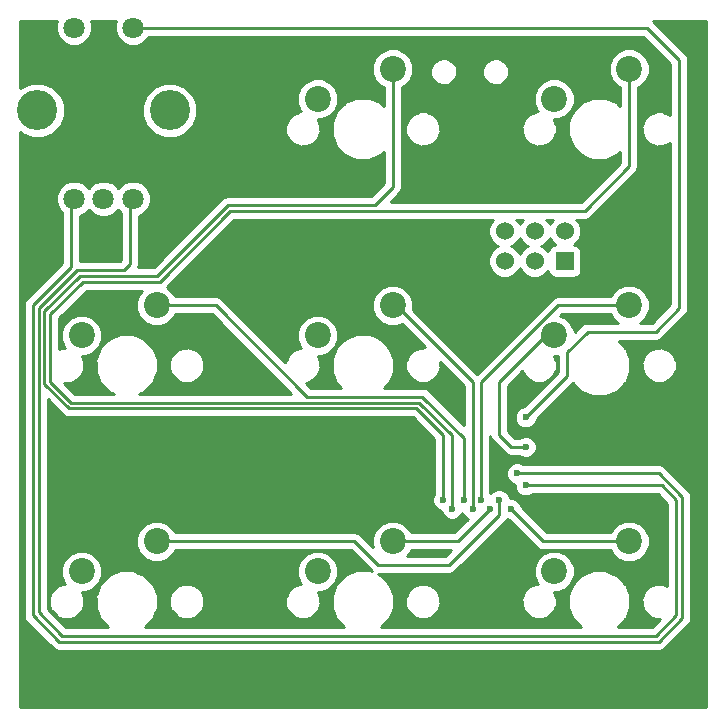
<source format=gbr>
G04 #@! TF.FileFunction,Copper,L1,Top,Signal*
%FSLAX46Y46*%
G04 Gerber Fmt 4.6, Leading zero omitted, Abs format (unit mm)*
G04 Created by KiCad (PCBNEW 4.0.7) date Thursday, April 11, 2019 'PMt' 06:08:24 PM*
%MOMM*%
%LPD*%
G01*
G04 APERTURE LIST*
%ADD10C,0.100000*%
%ADD11C,2.200000*%
%ADD12C,1.800000*%
%ADD13C,3.400000*%
%ADD14R,1.524000X1.524000*%
%ADD15C,1.524000*%
%ADD16C,0.600000*%
%ADD17C,0.250000*%
%ADD18C,0.254000*%
G04 APERTURE END LIST*
D10*
D11*
X136000000Y-72500000D03*
X129650000Y-75040000D03*
X156000000Y-72500000D03*
X149650000Y-75040000D03*
X116000000Y-92500000D03*
X109650000Y-95040000D03*
X136000000Y-92500000D03*
X129650000Y-95040000D03*
X156000000Y-92500000D03*
X149650000Y-95040000D03*
X116000000Y-112500000D03*
X109650000Y-115040000D03*
X136000000Y-112500000D03*
X129650000Y-115040000D03*
X156000000Y-112500000D03*
X149650000Y-115040000D03*
D12*
X109000000Y-69000000D03*
X109000000Y-83500000D03*
X111500000Y-83500000D03*
X114000000Y-83500000D03*
X114000000Y-69000000D03*
D13*
X117100000Y-76000000D03*
X105900000Y-76000000D03*
D14*
X150540000Y-88770000D03*
D15*
X150540000Y-86230000D03*
X148000000Y-88770000D03*
X148000000Y-86230000D03*
X145460000Y-88770000D03*
X145460000Y-86230000D03*
D16*
X147250000Y-104500000D03*
X140250000Y-109000000D03*
X141000000Y-109750000D03*
X142000000Y-109000000D03*
X142750000Y-109750000D03*
X143500000Y-109000000D03*
X145000000Y-109000000D03*
X144250000Y-109750000D03*
X146000000Y-109750000D03*
X146500000Y-106750000D03*
X147250000Y-107750000D03*
X147250000Y-102000000D03*
D17*
X146000000Y-104500000D02*
X147250000Y-104500000D01*
X145000000Y-103500000D02*
X146000000Y-104500000D01*
X145000000Y-99000000D02*
X145000000Y-103500000D01*
X148960000Y-95040000D02*
X145000000Y-99000000D01*
X149650000Y-95040000D02*
X148960000Y-95040000D01*
X136000000Y-72500000D02*
X136000000Y-82500000D01*
X140250000Y-103500000D02*
X140250000Y-109000000D01*
X138000000Y-101250000D02*
X140250000Y-103500000D01*
X108613602Y-101250000D02*
X138000000Y-101250000D01*
X106500000Y-99136398D02*
X108613602Y-101250000D01*
X106500000Y-93000000D02*
X106500000Y-99136398D01*
X109500000Y-90000000D02*
X106500000Y-93000000D01*
X116049998Y-90000000D02*
X109500000Y-90000000D01*
X122000000Y-84049998D02*
X116049998Y-90000000D01*
X134450002Y-84049998D02*
X122000000Y-84049998D01*
X136000000Y-82500000D02*
X134450002Y-84049998D01*
X156000000Y-72500000D02*
X156000000Y-80750000D01*
X141000000Y-103500000D02*
X141000000Y-109750000D01*
X138250000Y-100750000D02*
X141000000Y-103500000D01*
X108750000Y-100750000D02*
X138250000Y-100750000D01*
X107000000Y-99000000D02*
X108750000Y-100750000D01*
X107000000Y-93250000D02*
X107000000Y-99000000D01*
X109750000Y-90500000D02*
X107000000Y-93250000D01*
X116250000Y-90500000D02*
X109750000Y-90500000D01*
X122250000Y-84500000D02*
X116250000Y-90500000D01*
X152250000Y-84500000D02*
X122250000Y-84500000D01*
X156000000Y-80750000D02*
X152250000Y-84500000D01*
X142000000Y-103750000D02*
X142000000Y-109000000D01*
X138500000Y-100250000D02*
X142000000Y-103750000D01*
X128750000Y-100250000D02*
X138500000Y-100250000D01*
X121000000Y-92500000D02*
X128750000Y-100250000D01*
X116000000Y-92500000D02*
X121000000Y-92500000D01*
X136000000Y-92500000D02*
X136250000Y-92500000D01*
X136250000Y-92500000D02*
X142750000Y-99000000D01*
X142750000Y-99000000D02*
X142750000Y-109750000D01*
X156000000Y-92500000D02*
X150000000Y-92500000D01*
X143500000Y-99000000D02*
X143500000Y-109000000D01*
X150000000Y-92500000D02*
X143500000Y-99000000D01*
X116000000Y-112500000D02*
X132750000Y-112500000D01*
X145000000Y-110250000D02*
X145000000Y-109000000D01*
X140750000Y-114500000D02*
X145000000Y-110250000D01*
X134750000Y-114500000D02*
X140750000Y-114500000D01*
X132750000Y-112500000D02*
X134750000Y-114500000D01*
X136000000Y-112500000D02*
X141500000Y-112500000D01*
X141500000Y-112500000D02*
X144250000Y-109750000D01*
X156000000Y-112500000D02*
X148750000Y-112500000D01*
X148750000Y-112500000D02*
X146000000Y-109750000D01*
X108750000Y-83750000D02*
X108750000Y-89250000D01*
X108750000Y-89250000D02*
X105500000Y-92500000D01*
X105500000Y-92500000D02*
X105500000Y-118750000D01*
X105500000Y-118750000D02*
X107750000Y-121000000D01*
X107750000Y-121000000D02*
X158500000Y-121000000D01*
X158500000Y-121000000D02*
X160500000Y-119000000D01*
X160500000Y-119000000D02*
X160500000Y-108750000D01*
X160500000Y-108750000D02*
X158500000Y-106750000D01*
X158500000Y-106750000D02*
X146500000Y-106750000D01*
X108750000Y-83750000D02*
X109000000Y-83500000D01*
X113750000Y-83750000D02*
X113750000Y-89000000D01*
X113750000Y-89000000D02*
X113250000Y-89500000D01*
X113250000Y-89500000D02*
X109250000Y-89500000D01*
X109250000Y-89500000D02*
X106000000Y-92750000D01*
X106000000Y-92750000D02*
X106000000Y-118500000D01*
X106000000Y-118500000D02*
X108000000Y-120500000D01*
X108000000Y-120500000D02*
X158250000Y-120500000D01*
X158250000Y-120500000D02*
X160000000Y-118750000D01*
X160000000Y-118750000D02*
X160000000Y-109000000D01*
X160000000Y-109000000D02*
X158750000Y-107750000D01*
X158750000Y-107750000D02*
X147250000Y-107750000D01*
X113750000Y-83750000D02*
X114000000Y-83500000D01*
X150750000Y-96500000D02*
X150750000Y-98500000D01*
X150750000Y-96500000D02*
X152500000Y-94750000D01*
X152500000Y-94750000D02*
X158250000Y-94750000D01*
X158250000Y-94750000D02*
X160250000Y-92750000D01*
X160250000Y-92750000D02*
X160250000Y-71750000D01*
X160250000Y-71750000D02*
X157500000Y-69000000D01*
X113750000Y-69000000D02*
X157500000Y-69000000D01*
X150750000Y-98500000D02*
X147250000Y-102000000D01*
D18*
G36*
X107465267Y-68693330D02*
X107464735Y-69303991D01*
X107697932Y-69868371D01*
X108129357Y-70300551D01*
X108693330Y-70534733D01*
X109303991Y-70535265D01*
X109868371Y-70302068D01*
X110300551Y-69870643D01*
X110534733Y-69306670D01*
X110535265Y-68696009D01*
X110437748Y-68460000D01*
X112562154Y-68460000D01*
X112465267Y-68693330D01*
X112464735Y-69303991D01*
X112697932Y-69868371D01*
X113129357Y-70300551D01*
X113693330Y-70534733D01*
X114303991Y-70535265D01*
X114868371Y-70302068D01*
X115300551Y-69870643D01*
X115346494Y-69760000D01*
X157185198Y-69760000D01*
X159490000Y-72064802D01*
X159490000Y-76429717D01*
X159382283Y-76321812D01*
X159328832Y-76299617D01*
X159324080Y-76284741D01*
X159078226Y-76195556D01*
X158836681Y-76095258D01*
X158801651Y-76095227D01*
X158768721Y-76083282D01*
X158507440Y-76094971D01*
X158245911Y-76094743D01*
X158213538Y-76108119D01*
X158178542Y-76109685D01*
X157755920Y-76284741D01*
X157751334Y-76299098D01*
X157699914Y-76320344D01*
X157281812Y-76737717D01*
X157259617Y-76791168D01*
X157244741Y-76795920D01*
X157155556Y-77041774D01*
X157055258Y-77283319D01*
X157055227Y-77318349D01*
X157043282Y-77351279D01*
X157054971Y-77612560D01*
X157054743Y-77874089D01*
X157068119Y-77906462D01*
X157069685Y-77941458D01*
X157244741Y-78364080D01*
X157259098Y-78368666D01*
X157280344Y-78420086D01*
X157697717Y-78838188D01*
X157751168Y-78860383D01*
X157755920Y-78875259D01*
X158001774Y-78964444D01*
X158243319Y-79064742D01*
X158278349Y-79064773D01*
X158311279Y-79076718D01*
X158572560Y-79065029D01*
X158834089Y-79065257D01*
X158866462Y-79051881D01*
X158901458Y-79050315D01*
X159324080Y-78875259D01*
X159328666Y-78860902D01*
X159380086Y-78839656D01*
X159490000Y-78729934D01*
X159490000Y-92435198D01*
X157935198Y-93990000D01*
X156937272Y-93990000D01*
X156981515Y-93971719D01*
X157470004Y-93484082D01*
X157734699Y-92846627D01*
X157735301Y-92156401D01*
X157471719Y-91518485D01*
X156984082Y-91029996D01*
X156346627Y-90765301D01*
X155656401Y-90764699D01*
X155018485Y-91028281D01*
X154529996Y-91515918D01*
X154436949Y-91740000D01*
X150000000Y-91740000D01*
X149709161Y-91797852D01*
X149462599Y-91962599D01*
X143125000Y-98300198D01*
X137716135Y-92891333D01*
X137734699Y-92846627D01*
X137735301Y-92156401D01*
X137471719Y-91518485D01*
X136984082Y-91029996D01*
X136346627Y-90765301D01*
X135656401Y-90764699D01*
X135018485Y-91028281D01*
X134529996Y-91515918D01*
X134265301Y-92153373D01*
X134264699Y-92843599D01*
X134528281Y-93481515D01*
X135015918Y-93970004D01*
X135653373Y-94234699D01*
X136343599Y-94235301D01*
X136744748Y-94069550D01*
X138758919Y-96083721D01*
X138507440Y-96094971D01*
X138245911Y-96094743D01*
X138213538Y-96108119D01*
X138178542Y-96109685D01*
X137755920Y-96284741D01*
X137751334Y-96299098D01*
X137699914Y-96320344D01*
X137281812Y-96737717D01*
X137259617Y-96791168D01*
X137244741Y-96795920D01*
X137155556Y-97041774D01*
X137055258Y-97283319D01*
X137055227Y-97318349D01*
X137043282Y-97351279D01*
X137054971Y-97612560D01*
X137054743Y-97874089D01*
X137068119Y-97906462D01*
X137069685Y-97941458D01*
X137244741Y-98364080D01*
X137259098Y-98368666D01*
X137280344Y-98420086D01*
X137697717Y-98838188D01*
X137751168Y-98860383D01*
X137755920Y-98875259D01*
X138001774Y-98964444D01*
X138243319Y-99064742D01*
X138278349Y-99064773D01*
X138311279Y-99076718D01*
X138572560Y-99065029D01*
X138834089Y-99065257D01*
X138866462Y-99051881D01*
X138901458Y-99050315D01*
X139324080Y-98875259D01*
X139328666Y-98860902D01*
X139380086Y-98839656D01*
X139798188Y-98422283D01*
X139820383Y-98368832D01*
X139835259Y-98364080D01*
X139924444Y-98118226D01*
X140024742Y-97876681D01*
X140024773Y-97841651D01*
X140036718Y-97808721D01*
X140025029Y-97547440D01*
X140025201Y-97350003D01*
X141990000Y-99314802D01*
X141990000Y-102665198D01*
X139037401Y-99712599D01*
X138790839Y-99547852D01*
X138500000Y-99490000D01*
X135276373Y-99490000D01*
X135692542Y-99074557D01*
X135699189Y-99058550D01*
X135705743Y-99054647D01*
X135898054Y-98579628D01*
X136094542Y-98106433D01*
X136094553Y-98094267D01*
X136099119Y-98082988D01*
X136095010Y-97570561D01*
X136095457Y-97058166D01*
X136090811Y-97046921D01*
X136090713Y-97034753D01*
X135705743Y-96105353D01*
X135700464Y-96102209D01*
X135695147Y-96089342D01*
X134954557Y-95347458D01*
X134938550Y-95340811D01*
X134934647Y-95334257D01*
X134459628Y-95141946D01*
X133986433Y-94945458D01*
X133974267Y-94945447D01*
X133962988Y-94940881D01*
X133450561Y-94944990D01*
X132938166Y-94944543D01*
X132926921Y-94949189D01*
X132914753Y-94949287D01*
X131985353Y-95334257D01*
X131982209Y-95339536D01*
X131969342Y-95344853D01*
X131227458Y-96085443D01*
X131220811Y-96101450D01*
X131214257Y-96105353D01*
X131021946Y-96580372D01*
X130825458Y-97053567D01*
X130825447Y-97065733D01*
X130820881Y-97077012D01*
X130824990Y-97589439D01*
X130824543Y-98101834D01*
X130829189Y-98113079D01*
X130829287Y-98125247D01*
X131214257Y-99054647D01*
X131219536Y-99057791D01*
X131224853Y-99070658D01*
X131643464Y-99490000D01*
X129064802Y-99490000D01*
X128640029Y-99065227D01*
X128674089Y-99065257D01*
X128706462Y-99051881D01*
X128741458Y-99050315D01*
X129164080Y-98875259D01*
X129168666Y-98860902D01*
X129220086Y-98839656D01*
X129638188Y-98422283D01*
X129660383Y-98368832D01*
X129675259Y-98364080D01*
X129764444Y-98118226D01*
X129864742Y-97876681D01*
X129864773Y-97841651D01*
X129876718Y-97808721D01*
X129865029Y-97547440D01*
X129865257Y-97285911D01*
X129851881Y-97253538D01*
X129850315Y-97218542D01*
X129675259Y-96795920D01*
X129660902Y-96791334D01*
X129654155Y-96775005D01*
X129993599Y-96775301D01*
X130631515Y-96511719D01*
X131120004Y-96024082D01*
X131384699Y-95386627D01*
X131385301Y-94696401D01*
X131121719Y-94058485D01*
X130634082Y-93569996D01*
X129996627Y-93305301D01*
X129306401Y-93304699D01*
X128668485Y-93568281D01*
X128179996Y-94055918D01*
X127915301Y-94693373D01*
X127914699Y-95383599D01*
X128178281Y-96021515D01*
X128251525Y-96094887D01*
X128085911Y-96094743D01*
X128053538Y-96108119D01*
X128018542Y-96109685D01*
X127595920Y-96284741D01*
X127591334Y-96299098D01*
X127539914Y-96320344D01*
X127121812Y-96737717D01*
X127099617Y-96791168D01*
X127084741Y-96795920D01*
X126995556Y-97041774D01*
X126895258Y-97283319D01*
X126895227Y-97318349D01*
X126894675Y-97319873D01*
X121537401Y-91962599D01*
X121290839Y-91797852D01*
X121000000Y-91740000D01*
X117563247Y-91740000D01*
X117471719Y-91518485D01*
X116984082Y-91029996D01*
X116850340Y-90974462D01*
X122564802Y-85260000D01*
X144454311Y-85260000D01*
X144276371Y-85437630D01*
X144063243Y-85950900D01*
X144062758Y-86506661D01*
X144274990Y-87020303D01*
X144667630Y-87413629D01*
X144875512Y-87499949D01*
X144669697Y-87584990D01*
X144276371Y-87977630D01*
X144063243Y-88490900D01*
X144062758Y-89046661D01*
X144274990Y-89560303D01*
X144667630Y-89953629D01*
X145180900Y-90166757D01*
X145736661Y-90167242D01*
X146250303Y-89955010D01*
X146643629Y-89562370D01*
X146729949Y-89354488D01*
X146814990Y-89560303D01*
X147207630Y-89953629D01*
X147720900Y-90166757D01*
X148276661Y-90167242D01*
X148790303Y-89955010D01*
X149143763Y-89602167D01*
X149174838Y-89767317D01*
X149313910Y-89983441D01*
X149526110Y-90128431D01*
X149778000Y-90179440D01*
X151302000Y-90179440D01*
X151537317Y-90135162D01*
X151753441Y-89996090D01*
X151898431Y-89783890D01*
X151949440Y-89532000D01*
X151949440Y-88008000D01*
X151905162Y-87772683D01*
X151766090Y-87556559D01*
X151553890Y-87411569D01*
X151370876Y-87374508D01*
X151723629Y-87022370D01*
X151936757Y-86509100D01*
X151937242Y-85953339D01*
X151725010Y-85439697D01*
X151545626Y-85260000D01*
X152250000Y-85260000D01*
X152540839Y-85202148D01*
X152787401Y-85037401D01*
X156537401Y-81287401D01*
X156702148Y-81040839D01*
X156760000Y-80750000D01*
X156760000Y-74063247D01*
X156981515Y-73971719D01*
X157470004Y-73484082D01*
X157734699Y-72846627D01*
X157735301Y-72156401D01*
X157471719Y-71518485D01*
X156984082Y-71029996D01*
X156346627Y-70765301D01*
X155656401Y-70764699D01*
X155018485Y-71028281D01*
X154529996Y-71515918D01*
X154265301Y-72153373D01*
X154264699Y-72843599D01*
X154528281Y-73481515D01*
X155015918Y-73970004D01*
X155240000Y-74063051D01*
X155240000Y-75633400D01*
X154954557Y-75347458D01*
X154938550Y-75340811D01*
X154934647Y-75334257D01*
X154459628Y-75141946D01*
X153986433Y-74945458D01*
X153974267Y-74945447D01*
X153962988Y-74940881D01*
X153450561Y-74944990D01*
X152938166Y-74944543D01*
X152926921Y-74949189D01*
X152914753Y-74949287D01*
X151985353Y-75334257D01*
X151982209Y-75339536D01*
X151969342Y-75344853D01*
X151227458Y-76085443D01*
X151220811Y-76101450D01*
X151214257Y-76105353D01*
X151021946Y-76580372D01*
X150825458Y-77053567D01*
X150825447Y-77065733D01*
X150820881Y-77077012D01*
X150824990Y-77589439D01*
X150824543Y-78101834D01*
X150829189Y-78113079D01*
X150829287Y-78125247D01*
X151214257Y-79054647D01*
X151219536Y-79057791D01*
X151224853Y-79070658D01*
X151965443Y-79812542D01*
X151981450Y-79819189D01*
X151985353Y-79825743D01*
X152460372Y-80018054D01*
X152933567Y-80214542D01*
X152945733Y-80214553D01*
X152957012Y-80219119D01*
X153469439Y-80215010D01*
X153981834Y-80215457D01*
X153993079Y-80210811D01*
X154005247Y-80210713D01*
X154934647Y-79825743D01*
X154937791Y-79820464D01*
X154950658Y-79815147D01*
X155240000Y-79526310D01*
X155240000Y-80435198D01*
X151935198Y-83740000D01*
X135834802Y-83740000D01*
X136537401Y-83037401D01*
X136702148Y-82790840D01*
X136760000Y-82500000D01*
X136760000Y-77351279D01*
X137043282Y-77351279D01*
X137054971Y-77612560D01*
X137054743Y-77874089D01*
X137068119Y-77906462D01*
X137069685Y-77941458D01*
X137244741Y-78364080D01*
X137259098Y-78368666D01*
X137280344Y-78420086D01*
X137697717Y-78838188D01*
X137751168Y-78860383D01*
X137755920Y-78875259D01*
X138001774Y-78964444D01*
X138243319Y-79064742D01*
X138278349Y-79064773D01*
X138311279Y-79076718D01*
X138572560Y-79065029D01*
X138834089Y-79065257D01*
X138866462Y-79051881D01*
X138901458Y-79050315D01*
X139324080Y-78875259D01*
X139328666Y-78860902D01*
X139380086Y-78839656D01*
X139798188Y-78422283D01*
X139820383Y-78368832D01*
X139835259Y-78364080D01*
X139924444Y-78118226D01*
X140024742Y-77876681D01*
X140024773Y-77841651D01*
X140036718Y-77808721D01*
X140025029Y-77547440D01*
X140025200Y-77351279D01*
X146883282Y-77351279D01*
X146894971Y-77612560D01*
X146894743Y-77874089D01*
X146908119Y-77906462D01*
X146909685Y-77941458D01*
X147084741Y-78364080D01*
X147099098Y-78368666D01*
X147120344Y-78420086D01*
X147537717Y-78838188D01*
X147591168Y-78860383D01*
X147595920Y-78875259D01*
X147841774Y-78964444D01*
X148083319Y-79064742D01*
X148118349Y-79064773D01*
X148151279Y-79076718D01*
X148412560Y-79065029D01*
X148674089Y-79065257D01*
X148706462Y-79051881D01*
X148741458Y-79050315D01*
X149164080Y-78875259D01*
X149168666Y-78860902D01*
X149220086Y-78839656D01*
X149638188Y-78422283D01*
X149660383Y-78368832D01*
X149675259Y-78364080D01*
X149764444Y-78118226D01*
X149864742Y-77876681D01*
X149864773Y-77841651D01*
X149876718Y-77808721D01*
X149865029Y-77547440D01*
X149865257Y-77285911D01*
X149851881Y-77253538D01*
X149850315Y-77218542D01*
X149675259Y-76795920D01*
X149660902Y-76791334D01*
X149654155Y-76775005D01*
X149993599Y-76775301D01*
X150631515Y-76511719D01*
X151120004Y-76024082D01*
X151384699Y-75386627D01*
X151385301Y-74696401D01*
X151121719Y-74058485D01*
X150634082Y-73569996D01*
X149996627Y-73305301D01*
X149306401Y-73304699D01*
X148668485Y-73568281D01*
X148179996Y-74055918D01*
X147915301Y-74693373D01*
X147914699Y-75383599D01*
X148178281Y-76021515D01*
X148251525Y-76094887D01*
X148085911Y-76094743D01*
X148053538Y-76108119D01*
X148018542Y-76109685D01*
X147595920Y-76284741D01*
X147591334Y-76299098D01*
X147539914Y-76320344D01*
X147121812Y-76737717D01*
X147099617Y-76791168D01*
X147084741Y-76795920D01*
X146995556Y-77041774D01*
X146895258Y-77283319D01*
X146895227Y-77318349D01*
X146883282Y-77351279D01*
X140025200Y-77351279D01*
X140025257Y-77285911D01*
X140011881Y-77253538D01*
X140010315Y-77218542D01*
X139835259Y-76795920D01*
X139820902Y-76791334D01*
X139799656Y-76739914D01*
X139382283Y-76321812D01*
X139328832Y-76299617D01*
X139324080Y-76284741D01*
X139078226Y-76195556D01*
X138836681Y-76095258D01*
X138801651Y-76095227D01*
X138768721Y-76083282D01*
X138507440Y-76094971D01*
X138245911Y-76094743D01*
X138213538Y-76108119D01*
X138178542Y-76109685D01*
X137755920Y-76284741D01*
X137751334Y-76299098D01*
X137699914Y-76320344D01*
X137281812Y-76737717D01*
X137259617Y-76791168D01*
X137244741Y-76795920D01*
X137155556Y-77041774D01*
X137055258Y-77283319D01*
X137055227Y-77318349D01*
X137043282Y-77351279D01*
X136760000Y-77351279D01*
X136760000Y-74063247D01*
X136981515Y-73971719D01*
X137470004Y-73484082D01*
X137734699Y-72846627D01*
X137734909Y-72604972D01*
X139151888Y-72604972D01*
X139164965Y-72789632D01*
X139164803Y-72974775D01*
X139180820Y-73013540D01*
X139183783Y-73055375D01*
X139294783Y-73323352D01*
X139309912Y-73325965D01*
X139337233Y-73392086D01*
X139656235Y-73711645D01*
X139723982Y-73739776D01*
X139726648Y-73755217D01*
X139902257Y-73813803D01*
X140073244Y-73884803D01*
X140115188Y-73884840D01*
X140154972Y-73898112D01*
X140339632Y-73885035D01*
X140524775Y-73885197D01*
X140563540Y-73869180D01*
X140605375Y-73866217D01*
X140873352Y-73755217D01*
X140875965Y-73740088D01*
X140942086Y-73712767D01*
X141261645Y-73393765D01*
X141289776Y-73326018D01*
X141305217Y-73323352D01*
X141363803Y-73147743D01*
X141434803Y-72976756D01*
X141434840Y-72934812D01*
X141448112Y-72895028D01*
X141435035Y-72710368D01*
X141435127Y-72604972D01*
X143551888Y-72604972D01*
X143564965Y-72789632D01*
X143564803Y-72974775D01*
X143580820Y-73013540D01*
X143583783Y-73055375D01*
X143694783Y-73323352D01*
X143709912Y-73325965D01*
X143737233Y-73392086D01*
X144056235Y-73711645D01*
X144123982Y-73739776D01*
X144126648Y-73755217D01*
X144302257Y-73813803D01*
X144473244Y-73884803D01*
X144515188Y-73884840D01*
X144554972Y-73898112D01*
X144739632Y-73885035D01*
X144924775Y-73885197D01*
X144963540Y-73869180D01*
X145005375Y-73866217D01*
X145273352Y-73755217D01*
X145275965Y-73740088D01*
X145342086Y-73712767D01*
X145661645Y-73393765D01*
X145689776Y-73326018D01*
X145705217Y-73323352D01*
X145763803Y-73147743D01*
X145834803Y-72976756D01*
X145834840Y-72934812D01*
X145848112Y-72895028D01*
X145835035Y-72710368D01*
X145835197Y-72525225D01*
X145819180Y-72486460D01*
X145816217Y-72444625D01*
X145705217Y-72176648D01*
X145690088Y-72174035D01*
X145662767Y-72107914D01*
X145343765Y-71788355D01*
X145276018Y-71760224D01*
X145273352Y-71744783D01*
X145097743Y-71686197D01*
X144926756Y-71615197D01*
X144884812Y-71615160D01*
X144845028Y-71601888D01*
X144660368Y-71614965D01*
X144475225Y-71614803D01*
X144436460Y-71630820D01*
X144394625Y-71633783D01*
X144126648Y-71744783D01*
X144124035Y-71759912D01*
X144057914Y-71787233D01*
X143738355Y-72106235D01*
X143710224Y-72173982D01*
X143694783Y-72176648D01*
X143636197Y-72352257D01*
X143565197Y-72523244D01*
X143565160Y-72565188D01*
X143551888Y-72604972D01*
X141435127Y-72604972D01*
X141435197Y-72525225D01*
X141419180Y-72486460D01*
X141416217Y-72444625D01*
X141305217Y-72176648D01*
X141290088Y-72174035D01*
X141262767Y-72107914D01*
X140943765Y-71788355D01*
X140876018Y-71760224D01*
X140873352Y-71744783D01*
X140697743Y-71686197D01*
X140526756Y-71615197D01*
X140484812Y-71615160D01*
X140445028Y-71601888D01*
X140260368Y-71614965D01*
X140075225Y-71614803D01*
X140036460Y-71630820D01*
X139994625Y-71633783D01*
X139726648Y-71744783D01*
X139724035Y-71759912D01*
X139657914Y-71787233D01*
X139338355Y-72106235D01*
X139310224Y-72173982D01*
X139294783Y-72176648D01*
X139236197Y-72352257D01*
X139165197Y-72523244D01*
X139165160Y-72565188D01*
X139151888Y-72604972D01*
X137734909Y-72604972D01*
X137735301Y-72156401D01*
X137471719Y-71518485D01*
X136984082Y-71029996D01*
X136346627Y-70765301D01*
X135656401Y-70764699D01*
X135018485Y-71028281D01*
X134529996Y-71515918D01*
X134265301Y-72153373D01*
X134264699Y-72843599D01*
X134528281Y-73481515D01*
X135015918Y-73970004D01*
X135240000Y-74063051D01*
X135240000Y-75633400D01*
X134954557Y-75347458D01*
X134938550Y-75340811D01*
X134934647Y-75334257D01*
X134459628Y-75141946D01*
X133986433Y-74945458D01*
X133974267Y-74945447D01*
X133962988Y-74940881D01*
X133450561Y-74944990D01*
X132938166Y-74944543D01*
X132926921Y-74949189D01*
X132914753Y-74949287D01*
X131985353Y-75334257D01*
X131982209Y-75339536D01*
X131969342Y-75344853D01*
X131227458Y-76085443D01*
X131220811Y-76101450D01*
X131214257Y-76105353D01*
X131021946Y-76580372D01*
X130825458Y-77053567D01*
X130825447Y-77065733D01*
X130820881Y-77077012D01*
X130824990Y-77589439D01*
X130824543Y-78101834D01*
X130829189Y-78113079D01*
X130829287Y-78125247D01*
X131214257Y-79054647D01*
X131219536Y-79057791D01*
X131224853Y-79070658D01*
X131965443Y-79812542D01*
X131981450Y-79819189D01*
X131985353Y-79825743D01*
X132460372Y-80018054D01*
X132933567Y-80214542D01*
X132945733Y-80214553D01*
X132957012Y-80219119D01*
X133469439Y-80215010D01*
X133981834Y-80215457D01*
X133993079Y-80210811D01*
X134005247Y-80210713D01*
X134934647Y-79825743D01*
X134937791Y-79820464D01*
X134950658Y-79815147D01*
X135240000Y-79526310D01*
X135240000Y-82185198D01*
X134135200Y-83289998D01*
X122000000Y-83289998D01*
X121709161Y-83347850D01*
X121462599Y-83512597D01*
X115735196Y-89240000D01*
X114462261Y-89240000D01*
X114510000Y-89000000D01*
X114510000Y-84950144D01*
X114868371Y-84802068D01*
X115300551Y-84370643D01*
X115534733Y-83806670D01*
X115535265Y-83196009D01*
X115302068Y-82631629D01*
X114870643Y-82199449D01*
X114306670Y-81965267D01*
X113696009Y-81964735D01*
X113131629Y-82197932D01*
X112749712Y-82579182D01*
X112370643Y-82199449D01*
X111806670Y-81965267D01*
X111196009Y-81964735D01*
X110631629Y-82197932D01*
X110249712Y-82579182D01*
X109870643Y-82199449D01*
X109306670Y-81965267D01*
X108696009Y-81964735D01*
X108131629Y-82197932D01*
X107699449Y-82629357D01*
X107465267Y-83193330D01*
X107464735Y-83803991D01*
X107697932Y-84368371D01*
X107990000Y-84660950D01*
X107990000Y-88935198D01*
X104962599Y-91962599D01*
X104797852Y-92209161D01*
X104740000Y-92500000D01*
X104740000Y-118750000D01*
X104797852Y-119040839D01*
X104962599Y-119287401D01*
X107212599Y-121537401D01*
X107459161Y-121702148D01*
X107750000Y-121760000D01*
X158500000Y-121760000D01*
X158790839Y-121702148D01*
X159037401Y-121537401D01*
X161037401Y-119537401D01*
X161202148Y-119290839D01*
X161260000Y-119000000D01*
X161260000Y-108750000D01*
X161202148Y-108459161D01*
X161037401Y-108212599D01*
X159037401Y-106212599D01*
X158790839Y-106047852D01*
X158500000Y-105990000D01*
X147062463Y-105990000D01*
X147030327Y-105957808D01*
X146686799Y-105815162D01*
X146314833Y-105814838D01*
X145971057Y-105956883D01*
X145707808Y-106219673D01*
X145565162Y-106563201D01*
X145564838Y-106935167D01*
X145706883Y-107278943D01*
X145969673Y-107542192D01*
X146313201Y-107684838D01*
X146315056Y-107684840D01*
X146314838Y-107935167D01*
X146456883Y-108278943D01*
X146719673Y-108542192D01*
X147063201Y-108684838D01*
X147435167Y-108685162D01*
X147778943Y-108543117D01*
X147812118Y-108510000D01*
X158435198Y-108510000D01*
X159240000Y-109314802D01*
X159240000Y-116254241D01*
X159078226Y-116195556D01*
X158836681Y-116095258D01*
X158801651Y-116095227D01*
X158768721Y-116083282D01*
X158507440Y-116094971D01*
X158245911Y-116094743D01*
X158213538Y-116108119D01*
X158178542Y-116109685D01*
X157755920Y-116284741D01*
X157751334Y-116299098D01*
X157699914Y-116320344D01*
X157281812Y-116737717D01*
X157259617Y-116791168D01*
X157244741Y-116795920D01*
X157155556Y-117041774D01*
X157055258Y-117283319D01*
X157055227Y-117318349D01*
X157043282Y-117351279D01*
X157054971Y-117612560D01*
X157054743Y-117874089D01*
X157068119Y-117906462D01*
X157069685Y-117941458D01*
X157244741Y-118364080D01*
X157259098Y-118368666D01*
X157280344Y-118420086D01*
X157697717Y-118838188D01*
X157751168Y-118860383D01*
X157755920Y-118875259D01*
X158001774Y-118964444D01*
X158243319Y-119064742D01*
X158278349Y-119064773D01*
X158311279Y-119076718D01*
X158572560Y-119065029D01*
X158610136Y-119065062D01*
X157935198Y-119740000D01*
X155025936Y-119740000D01*
X155692542Y-119074557D01*
X155699189Y-119058550D01*
X155705743Y-119054647D01*
X155898054Y-118579628D01*
X156094542Y-118106433D01*
X156094553Y-118094267D01*
X156099119Y-118082988D01*
X156095010Y-117570561D01*
X156095457Y-117058166D01*
X156090811Y-117046921D01*
X156090713Y-117034753D01*
X155705743Y-116105353D01*
X155700464Y-116102209D01*
X155695147Y-116089342D01*
X154954557Y-115347458D01*
X154938550Y-115340811D01*
X154934647Y-115334257D01*
X154459628Y-115141946D01*
X153986433Y-114945458D01*
X153974267Y-114945447D01*
X153962988Y-114940881D01*
X153450561Y-114944990D01*
X152938166Y-114944543D01*
X152926921Y-114949189D01*
X152914753Y-114949287D01*
X151985353Y-115334257D01*
X151982209Y-115339536D01*
X151969342Y-115344853D01*
X151227458Y-116085443D01*
X151220811Y-116101450D01*
X151214257Y-116105353D01*
X151021946Y-116580372D01*
X150825458Y-117053567D01*
X150825447Y-117065733D01*
X150820881Y-117077012D01*
X150824990Y-117589439D01*
X150824543Y-118101834D01*
X150829189Y-118113079D01*
X150829287Y-118125247D01*
X151214257Y-119054647D01*
X151219536Y-119057791D01*
X151224853Y-119070658D01*
X151893028Y-119740000D01*
X135025936Y-119740000D01*
X135692542Y-119074557D01*
X135699189Y-119058550D01*
X135705743Y-119054647D01*
X135898054Y-118579628D01*
X136094542Y-118106433D01*
X136094553Y-118094267D01*
X136099119Y-118082988D01*
X136095010Y-117570561D01*
X136095201Y-117351279D01*
X137043282Y-117351279D01*
X137054971Y-117612560D01*
X137054743Y-117874089D01*
X137068119Y-117906462D01*
X137069685Y-117941458D01*
X137244741Y-118364080D01*
X137259098Y-118368666D01*
X137280344Y-118420086D01*
X137697717Y-118838188D01*
X137751168Y-118860383D01*
X137755920Y-118875259D01*
X138001774Y-118964444D01*
X138243319Y-119064742D01*
X138278349Y-119064773D01*
X138311279Y-119076718D01*
X138572560Y-119065029D01*
X138834089Y-119065257D01*
X138866462Y-119051881D01*
X138901458Y-119050315D01*
X139324080Y-118875259D01*
X139328666Y-118860902D01*
X139380086Y-118839656D01*
X139798188Y-118422283D01*
X139820383Y-118368832D01*
X139835259Y-118364080D01*
X139924444Y-118118226D01*
X140024742Y-117876681D01*
X140024773Y-117841651D01*
X140036718Y-117808721D01*
X140025029Y-117547440D01*
X140025200Y-117351279D01*
X146883282Y-117351279D01*
X146894971Y-117612560D01*
X146894743Y-117874089D01*
X146908119Y-117906462D01*
X146909685Y-117941458D01*
X147084741Y-118364080D01*
X147099098Y-118368666D01*
X147120344Y-118420086D01*
X147537717Y-118838188D01*
X147591168Y-118860383D01*
X147595920Y-118875259D01*
X147841774Y-118964444D01*
X148083319Y-119064742D01*
X148118349Y-119064773D01*
X148151279Y-119076718D01*
X148412560Y-119065029D01*
X148674089Y-119065257D01*
X148706462Y-119051881D01*
X148741458Y-119050315D01*
X149164080Y-118875259D01*
X149168666Y-118860902D01*
X149220086Y-118839656D01*
X149638188Y-118422283D01*
X149660383Y-118368832D01*
X149675259Y-118364080D01*
X149764444Y-118118226D01*
X149864742Y-117876681D01*
X149864773Y-117841651D01*
X149876718Y-117808721D01*
X149865029Y-117547440D01*
X149865257Y-117285911D01*
X149851881Y-117253538D01*
X149850315Y-117218542D01*
X149675259Y-116795920D01*
X149660902Y-116791334D01*
X149654155Y-116775005D01*
X149993599Y-116775301D01*
X150631515Y-116511719D01*
X151120004Y-116024082D01*
X151384699Y-115386627D01*
X151385301Y-114696401D01*
X151121719Y-114058485D01*
X150634082Y-113569996D01*
X149996627Y-113305301D01*
X149306401Y-113304699D01*
X148668485Y-113568281D01*
X148179996Y-114055918D01*
X147915301Y-114693373D01*
X147914699Y-115383599D01*
X148178281Y-116021515D01*
X148251525Y-116094887D01*
X148085911Y-116094743D01*
X148053538Y-116108119D01*
X148018542Y-116109685D01*
X147595920Y-116284741D01*
X147591334Y-116299098D01*
X147539914Y-116320344D01*
X147121812Y-116737717D01*
X147099617Y-116791168D01*
X147084741Y-116795920D01*
X146995556Y-117041774D01*
X146895258Y-117283319D01*
X146895227Y-117318349D01*
X146883282Y-117351279D01*
X140025200Y-117351279D01*
X140025257Y-117285911D01*
X140011881Y-117253538D01*
X140010315Y-117218542D01*
X139835259Y-116795920D01*
X139820902Y-116791334D01*
X139799656Y-116739914D01*
X139382283Y-116321812D01*
X139328832Y-116299617D01*
X139324080Y-116284741D01*
X139078226Y-116195556D01*
X138836681Y-116095258D01*
X138801651Y-116095227D01*
X138768721Y-116083282D01*
X138507440Y-116094971D01*
X138245911Y-116094743D01*
X138213538Y-116108119D01*
X138178542Y-116109685D01*
X137755920Y-116284741D01*
X137751334Y-116299098D01*
X137699914Y-116320344D01*
X137281812Y-116737717D01*
X137259617Y-116791168D01*
X137244741Y-116795920D01*
X137155556Y-117041774D01*
X137055258Y-117283319D01*
X137055227Y-117318349D01*
X137043282Y-117351279D01*
X136095201Y-117351279D01*
X136095457Y-117058166D01*
X136090811Y-117046921D01*
X136090713Y-117034753D01*
X135705743Y-116105353D01*
X135700464Y-116102209D01*
X135695147Y-116089342D01*
X134954557Y-115347458D01*
X134938550Y-115340811D01*
X134934647Y-115334257D01*
X134751228Y-115260000D01*
X140750000Y-115260000D01*
X141040839Y-115202148D01*
X141287401Y-115037401D01*
X145537401Y-110787401D01*
X145650949Y-110617465D01*
X145813201Y-110684838D01*
X145860077Y-110684879D01*
X148212599Y-113037401D01*
X148459160Y-113202148D01*
X148750000Y-113260000D01*
X154436753Y-113260000D01*
X154528281Y-113481515D01*
X155015918Y-113970004D01*
X155653373Y-114234699D01*
X156343599Y-114235301D01*
X156981515Y-113971719D01*
X157470004Y-113484082D01*
X157734699Y-112846627D01*
X157735301Y-112156401D01*
X157471719Y-111518485D01*
X156984082Y-111029996D01*
X156346627Y-110765301D01*
X155656401Y-110764699D01*
X155018485Y-111028281D01*
X154529996Y-111515918D01*
X154436949Y-111740000D01*
X149064802Y-111740000D01*
X146935122Y-109610320D01*
X146935162Y-109564833D01*
X146793117Y-109221057D01*
X146530327Y-108957808D01*
X146186799Y-108815162D01*
X145935162Y-108814943D01*
X145935162Y-108814833D01*
X145793117Y-108471057D01*
X145530327Y-108207808D01*
X145186799Y-108065162D01*
X144814833Y-108064838D01*
X144471057Y-108206883D01*
X144260000Y-108417572D01*
X144260000Y-103600546D01*
X144297852Y-103790839D01*
X144462599Y-104037401D01*
X145462599Y-105037401D01*
X145709161Y-105202148D01*
X146000000Y-105260000D01*
X146687537Y-105260000D01*
X146719673Y-105292192D01*
X147063201Y-105434838D01*
X147435167Y-105435162D01*
X147778943Y-105293117D01*
X148042192Y-105030327D01*
X148184838Y-104686799D01*
X148185162Y-104314833D01*
X148043117Y-103971057D01*
X147780327Y-103707808D01*
X147436799Y-103565162D01*
X147064833Y-103564838D01*
X146721057Y-103706883D01*
X146687882Y-103740000D01*
X146314802Y-103740000D01*
X145760000Y-103185198D01*
X145760000Y-99314802D01*
X146975193Y-98099609D01*
X147084741Y-98364080D01*
X147099098Y-98368666D01*
X147120344Y-98420086D01*
X147537717Y-98838188D01*
X147591168Y-98860383D01*
X147595920Y-98875259D01*
X147841774Y-98964444D01*
X148083319Y-99064742D01*
X148118349Y-99064773D01*
X148151279Y-99076718D01*
X148412560Y-99065029D01*
X148674089Y-99065257D01*
X148706462Y-99051881D01*
X148741458Y-99050315D01*
X149164080Y-98875259D01*
X149168666Y-98860902D01*
X149220086Y-98839656D01*
X149638188Y-98422283D01*
X149660383Y-98368832D01*
X149675259Y-98364080D01*
X149764444Y-98118226D01*
X149864742Y-97876681D01*
X149864773Y-97841651D01*
X149876718Y-97808721D01*
X149865029Y-97547440D01*
X149865257Y-97285911D01*
X149851881Y-97253538D01*
X149850315Y-97218542D01*
X149675259Y-96795920D01*
X149660902Y-96791334D01*
X149654155Y-96775005D01*
X149990000Y-96775298D01*
X149990000Y-98185198D01*
X147110320Y-101064878D01*
X147064833Y-101064838D01*
X146721057Y-101206883D01*
X146457808Y-101469673D01*
X146315162Y-101813201D01*
X146314838Y-102185167D01*
X146456883Y-102528943D01*
X146719673Y-102792192D01*
X147063201Y-102934838D01*
X147435167Y-102935162D01*
X147778943Y-102793117D01*
X148042192Y-102530327D01*
X148184838Y-102186799D01*
X148184879Y-102139923D01*
X151239486Y-99085316D01*
X151965443Y-99812542D01*
X151981450Y-99819189D01*
X151985353Y-99825743D01*
X152460372Y-100018054D01*
X152933567Y-100214542D01*
X152945733Y-100214553D01*
X152957012Y-100219119D01*
X153469439Y-100215010D01*
X153981834Y-100215457D01*
X153993079Y-100210811D01*
X154005247Y-100210713D01*
X154934647Y-99825743D01*
X154937791Y-99820464D01*
X154950658Y-99815147D01*
X155692542Y-99074557D01*
X155699189Y-99058550D01*
X155705743Y-99054647D01*
X155898054Y-98579628D01*
X156094542Y-98106433D01*
X156094553Y-98094267D01*
X156099119Y-98082988D01*
X156095010Y-97570561D01*
X156095201Y-97351279D01*
X157043282Y-97351279D01*
X157054971Y-97612560D01*
X157054743Y-97874089D01*
X157068119Y-97906462D01*
X157069685Y-97941458D01*
X157244741Y-98364080D01*
X157259098Y-98368666D01*
X157280344Y-98420086D01*
X157697717Y-98838188D01*
X157751168Y-98860383D01*
X157755920Y-98875259D01*
X158001774Y-98964444D01*
X158243319Y-99064742D01*
X158278349Y-99064773D01*
X158311279Y-99076718D01*
X158572560Y-99065029D01*
X158834089Y-99065257D01*
X158866462Y-99051881D01*
X158901458Y-99050315D01*
X159324080Y-98875259D01*
X159328666Y-98860902D01*
X159380086Y-98839656D01*
X159798188Y-98422283D01*
X159820383Y-98368832D01*
X159835259Y-98364080D01*
X159924444Y-98118226D01*
X160024742Y-97876681D01*
X160024773Y-97841651D01*
X160036718Y-97808721D01*
X160025029Y-97547440D01*
X160025257Y-97285911D01*
X160011881Y-97253538D01*
X160010315Y-97218542D01*
X159835259Y-96795920D01*
X159820902Y-96791334D01*
X159799656Y-96739914D01*
X159382283Y-96321812D01*
X159328832Y-96299617D01*
X159324080Y-96284741D01*
X159078226Y-96195556D01*
X158836681Y-96095258D01*
X158801651Y-96095227D01*
X158768721Y-96083282D01*
X158507440Y-96094971D01*
X158245911Y-96094743D01*
X158213538Y-96108119D01*
X158178542Y-96109685D01*
X157755920Y-96284741D01*
X157751334Y-96299098D01*
X157699914Y-96320344D01*
X157281812Y-96737717D01*
X157259617Y-96791168D01*
X157244741Y-96795920D01*
X157155556Y-97041774D01*
X157055258Y-97283319D01*
X157055227Y-97318349D01*
X157043282Y-97351279D01*
X156095201Y-97351279D01*
X156095457Y-97058166D01*
X156090811Y-97046921D01*
X156090713Y-97034753D01*
X155705743Y-96105353D01*
X155700464Y-96102209D01*
X155695147Y-96089342D01*
X155116815Y-95510000D01*
X158250000Y-95510000D01*
X158540839Y-95452148D01*
X158787401Y-95287401D01*
X160787401Y-93287401D01*
X160952148Y-93040839D01*
X161010000Y-92750000D01*
X161010000Y-71750000D01*
X160983107Y-71614803D01*
X160952148Y-71459160D01*
X160787401Y-71212599D01*
X158037401Y-68462599D01*
X158033511Y-68460000D01*
X162540000Y-68460000D01*
X162540000Y-126540000D01*
X104460000Y-126540000D01*
X104460000Y-77862558D01*
X104575602Y-77978362D01*
X104600297Y-77988616D01*
X104605371Y-77997970D01*
X105020711Y-78163187D01*
X105433502Y-78334593D01*
X105451648Y-78334609D01*
X105468509Y-78341316D01*
X105915425Y-78335014D01*
X106362422Y-78335404D01*
X106379194Y-78328474D01*
X106397336Y-78328218D01*
X107194629Y-77997970D01*
X107199122Y-77989687D01*
X107220943Y-77980671D01*
X107878362Y-77324398D01*
X107888616Y-77299703D01*
X107897970Y-77294629D01*
X108063187Y-76879289D01*
X108234593Y-76466498D01*
X108234609Y-76448352D01*
X108241316Y-76431491D01*
X108235014Y-75984575D01*
X108235377Y-75568509D01*
X114758684Y-75568509D01*
X114764986Y-76015425D01*
X114764596Y-76462422D01*
X114771526Y-76479194D01*
X114771782Y-76497336D01*
X115102030Y-77294629D01*
X115110313Y-77299122D01*
X115119329Y-77320943D01*
X115775602Y-77978362D01*
X115800297Y-77988616D01*
X115805371Y-77997970D01*
X116220711Y-78163187D01*
X116633502Y-78334593D01*
X116651648Y-78334609D01*
X116668509Y-78341316D01*
X117115425Y-78335014D01*
X117562422Y-78335404D01*
X117579194Y-78328474D01*
X117597336Y-78328218D01*
X118394629Y-77997970D01*
X118399122Y-77989687D01*
X118420943Y-77980671D01*
X119051434Y-77351279D01*
X126883282Y-77351279D01*
X126894971Y-77612560D01*
X126894743Y-77874089D01*
X126908119Y-77906462D01*
X126909685Y-77941458D01*
X127084741Y-78364080D01*
X127099098Y-78368666D01*
X127120344Y-78420086D01*
X127537717Y-78838188D01*
X127591168Y-78860383D01*
X127595920Y-78875259D01*
X127841774Y-78964444D01*
X128083319Y-79064742D01*
X128118349Y-79064773D01*
X128151279Y-79076718D01*
X128412560Y-79065029D01*
X128674089Y-79065257D01*
X128706462Y-79051881D01*
X128741458Y-79050315D01*
X129164080Y-78875259D01*
X129168666Y-78860902D01*
X129220086Y-78839656D01*
X129638188Y-78422283D01*
X129660383Y-78368832D01*
X129675259Y-78364080D01*
X129764444Y-78118226D01*
X129864742Y-77876681D01*
X129864773Y-77841651D01*
X129876718Y-77808721D01*
X129865029Y-77547440D01*
X129865257Y-77285911D01*
X129851881Y-77253538D01*
X129850315Y-77218542D01*
X129675259Y-76795920D01*
X129660902Y-76791334D01*
X129654155Y-76775005D01*
X129993599Y-76775301D01*
X130631515Y-76511719D01*
X131120004Y-76024082D01*
X131384699Y-75386627D01*
X131385301Y-74696401D01*
X131121719Y-74058485D01*
X130634082Y-73569996D01*
X129996627Y-73305301D01*
X129306401Y-73304699D01*
X128668485Y-73568281D01*
X128179996Y-74055918D01*
X127915301Y-74693373D01*
X127914699Y-75383599D01*
X128178281Y-76021515D01*
X128251525Y-76094887D01*
X128085911Y-76094743D01*
X128053538Y-76108119D01*
X128018542Y-76109685D01*
X127595920Y-76284741D01*
X127591334Y-76299098D01*
X127539914Y-76320344D01*
X127121812Y-76737717D01*
X127099617Y-76791168D01*
X127084741Y-76795920D01*
X126995556Y-77041774D01*
X126895258Y-77283319D01*
X126895227Y-77318349D01*
X126883282Y-77351279D01*
X119051434Y-77351279D01*
X119078362Y-77324398D01*
X119088616Y-77299703D01*
X119097970Y-77294629D01*
X119263187Y-76879289D01*
X119434593Y-76466498D01*
X119434609Y-76448352D01*
X119441316Y-76431491D01*
X119435014Y-75984575D01*
X119435404Y-75537578D01*
X119428474Y-75520806D01*
X119428218Y-75502664D01*
X119097970Y-74705371D01*
X119089687Y-74700878D01*
X119080671Y-74679057D01*
X118424398Y-74021638D01*
X118399703Y-74011384D01*
X118394629Y-74002030D01*
X117979289Y-73836813D01*
X117566498Y-73665407D01*
X117548352Y-73665391D01*
X117531491Y-73658684D01*
X117084575Y-73664986D01*
X116637578Y-73664596D01*
X116620806Y-73671526D01*
X116602664Y-73671782D01*
X115805371Y-74002030D01*
X115800878Y-74010313D01*
X115779057Y-74019329D01*
X115121638Y-74675602D01*
X115111384Y-74700297D01*
X115102030Y-74705371D01*
X114936813Y-75120711D01*
X114765407Y-75533502D01*
X114765391Y-75551648D01*
X114758684Y-75568509D01*
X108235377Y-75568509D01*
X108235404Y-75537578D01*
X108228474Y-75520806D01*
X108228218Y-75502664D01*
X107897970Y-74705371D01*
X107889687Y-74700878D01*
X107880671Y-74679057D01*
X107224398Y-74021638D01*
X107199703Y-74011384D01*
X107194629Y-74002030D01*
X106779289Y-73836813D01*
X106366498Y-73665407D01*
X106348352Y-73665391D01*
X106331491Y-73658684D01*
X105884575Y-73664986D01*
X105437578Y-73664596D01*
X105420806Y-73671526D01*
X105402664Y-73671782D01*
X104605371Y-74002030D01*
X104600878Y-74010313D01*
X104579057Y-74019329D01*
X104460000Y-74138178D01*
X104460000Y-68460000D01*
X107562154Y-68460000D01*
X107465267Y-68693330D01*
X107465267Y-68693330D01*
G37*
X107465267Y-68693330D02*
X107464735Y-69303991D01*
X107697932Y-69868371D01*
X108129357Y-70300551D01*
X108693330Y-70534733D01*
X109303991Y-70535265D01*
X109868371Y-70302068D01*
X110300551Y-69870643D01*
X110534733Y-69306670D01*
X110535265Y-68696009D01*
X110437748Y-68460000D01*
X112562154Y-68460000D01*
X112465267Y-68693330D01*
X112464735Y-69303991D01*
X112697932Y-69868371D01*
X113129357Y-70300551D01*
X113693330Y-70534733D01*
X114303991Y-70535265D01*
X114868371Y-70302068D01*
X115300551Y-69870643D01*
X115346494Y-69760000D01*
X157185198Y-69760000D01*
X159490000Y-72064802D01*
X159490000Y-76429717D01*
X159382283Y-76321812D01*
X159328832Y-76299617D01*
X159324080Y-76284741D01*
X159078226Y-76195556D01*
X158836681Y-76095258D01*
X158801651Y-76095227D01*
X158768721Y-76083282D01*
X158507440Y-76094971D01*
X158245911Y-76094743D01*
X158213538Y-76108119D01*
X158178542Y-76109685D01*
X157755920Y-76284741D01*
X157751334Y-76299098D01*
X157699914Y-76320344D01*
X157281812Y-76737717D01*
X157259617Y-76791168D01*
X157244741Y-76795920D01*
X157155556Y-77041774D01*
X157055258Y-77283319D01*
X157055227Y-77318349D01*
X157043282Y-77351279D01*
X157054971Y-77612560D01*
X157054743Y-77874089D01*
X157068119Y-77906462D01*
X157069685Y-77941458D01*
X157244741Y-78364080D01*
X157259098Y-78368666D01*
X157280344Y-78420086D01*
X157697717Y-78838188D01*
X157751168Y-78860383D01*
X157755920Y-78875259D01*
X158001774Y-78964444D01*
X158243319Y-79064742D01*
X158278349Y-79064773D01*
X158311279Y-79076718D01*
X158572560Y-79065029D01*
X158834089Y-79065257D01*
X158866462Y-79051881D01*
X158901458Y-79050315D01*
X159324080Y-78875259D01*
X159328666Y-78860902D01*
X159380086Y-78839656D01*
X159490000Y-78729934D01*
X159490000Y-92435198D01*
X157935198Y-93990000D01*
X156937272Y-93990000D01*
X156981515Y-93971719D01*
X157470004Y-93484082D01*
X157734699Y-92846627D01*
X157735301Y-92156401D01*
X157471719Y-91518485D01*
X156984082Y-91029996D01*
X156346627Y-90765301D01*
X155656401Y-90764699D01*
X155018485Y-91028281D01*
X154529996Y-91515918D01*
X154436949Y-91740000D01*
X150000000Y-91740000D01*
X149709161Y-91797852D01*
X149462599Y-91962599D01*
X143125000Y-98300198D01*
X137716135Y-92891333D01*
X137734699Y-92846627D01*
X137735301Y-92156401D01*
X137471719Y-91518485D01*
X136984082Y-91029996D01*
X136346627Y-90765301D01*
X135656401Y-90764699D01*
X135018485Y-91028281D01*
X134529996Y-91515918D01*
X134265301Y-92153373D01*
X134264699Y-92843599D01*
X134528281Y-93481515D01*
X135015918Y-93970004D01*
X135653373Y-94234699D01*
X136343599Y-94235301D01*
X136744748Y-94069550D01*
X138758919Y-96083721D01*
X138507440Y-96094971D01*
X138245911Y-96094743D01*
X138213538Y-96108119D01*
X138178542Y-96109685D01*
X137755920Y-96284741D01*
X137751334Y-96299098D01*
X137699914Y-96320344D01*
X137281812Y-96737717D01*
X137259617Y-96791168D01*
X137244741Y-96795920D01*
X137155556Y-97041774D01*
X137055258Y-97283319D01*
X137055227Y-97318349D01*
X137043282Y-97351279D01*
X137054971Y-97612560D01*
X137054743Y-97874089D01*
X137068119Y-97906462D01*
X137069685Y-97941458D01*
X137244741Y-98364080D01*
X137259098Y-98368666D01*
X137280344Y-98420086D01*
X137697717Y-98838188D01*
X137751168Y-98860383D01*
X137755920Y-98875259D01*
X138001774Y-98964444D01*
X138243319Y-99064742D01*
X138278349Y-99064773D01*
X138311279Y-99076718D01*
X138572560Y-99065029D01*
X138834089Y-99065257D01*
X138866462Y-99051881D01*
X138901458Y-99050315D01*
X139324080Y-98875259D01*
X139328666Y-98860902D01*
X139380086Y-98839656D01*
X139798188Y-98422283D01*
X139820383Y-98368832D01*
X139835259Y-98364080D01*
X139924444Y-98118226D01*
X140024742Y-97876681D01*
X140024773Y-97841651D01*
X140036718Y-97808721D01*
X140025029Y-97547440D01*
X140025201Y-97350003D01*
X141990000Y-99314802D01*
X141990000Y-102665198D01*
X139037401Y-99712599D01*
X138790839Y-99547852D01*
X138500000Y-99490000D01*
X135276373Y-99490000D01*
X135692542Y-99074557D01*
X135699189Y-99058550D01*
X135705743Y-99054647D01*
X135898054Y-98579628D01*
X136094542Y-98106433D01*
X136094553Y-98094267D01*
X136099119Y-98082988D01*
X136095010Y-97570561D01*
X136095457Y-97058166D01*
X136090811Y-97046921D01*
X136090713Y-97034753D01*
X135705743Y-96105353D01*
X135700464Y-96102209D01*
X135695147Y-96089342D01*
X134954557Y-95347458D01*
X134938550Y-95340811D01*
X134934647Y-95334257D01*
X134459628Y-95141946D01*
X133986433Y-94945458D01*
X133974267Y-94945447D01*
X133962988Y-94940881D01*
X133450561Y-94944990D01*
X132938166Y-94944543D01*
X132926921Y-94949189D01*
X132914753Y-94949287D01*
X131985353Y-95334257D01*
X131982209Y-95339536D01*
X131969342Y-95344853D01*
X131227458Y-96085443D01*
X131220811Y-96101450D01*
X131214257Y-96105353D01*
X131021946Y-96580372D01*
X130825458Y-97053567D01*
X130825447Y-97065733D01*
X130820881Y-97077012D01*
X130824990Y-97589439D01*
X130824543Y-98101834D01*
X130829189Y-98113079D01*
X130829287Y-98125247D01*
X131214257Y-99054647D01*
X131219536Y-99057791D01*
X131224853Y-99070658D01*
X131643464Y-99490000D01*
X129064802Y-99490000D01*
X128640029Y-99065227D01*
X128674089Y-99065257D01*
X128706462Y-99051881D01*
X128741458Y-99050315D01*
X129164080Y-98875259D01*
X129168666Y-98860902D01*
X129220086Y-98839656D01*
X129638188Y-98422283D01*
X129660383Y-98368832D01*
X129675259Y-98364080D01*
X129764444Y-98118226D01*
X129864742Y-97876681D01*
X129864773Y-97841651D01*
X129876718Y-97808721D01*
X129865029Y-97547440D01*
X129865257Y-97285911D01*
X129851881Y-97253538D01*
X129850315Y-97218542D01*
X129675259Y-96795920D01*
X129660902Y-96791334D01*
X129654155Y-96775005D01*
X129993599Y-96775301D01*
X130631515Y-96511719D01*
X131120004Y-96024082D01*
X131384699Y-95386627D01*
X131385301Y-94696401D01*
X131121719Y-94058485D01*
X130634082Y-93569996D01*
X129996627Y-93305301D01*
X129306401Y-93304699D01*
X128668485Y-93568281D01*
X128179996Y-94055918D01*
X127915301Y-94693373D01*
X127914699Y-95383599D01*
X128178281Y-96021515D01*
X128251525Y-96094887D01*
X128085911Y-96094743D01*
X128053538Y-96108119D01*
X128018542Y-96109685D01*
X127595920Y-96284741D01*
X127591334Y-96299098D01*
X127539914Y-96320344D01*
X127121812Y-96737717D01*
X127099617Y-96791168D01*
X127084741Y-96795920D01*
X126995556Y-97041774D01*
X126895258Y-97283319D01*
X126895227Y-97318349D01*
X126894675Y-97319873D01*
X121537401Y-91962599D01*
X121290839Y-91797852D01*
X121000000Y-91740000D01*
X117563247Y-91740000D01*
X117471719Y-91518485D01*
X116984082Y-91029996D01*
X116850340Y-90974462D01*
X122564802Y-85260000D01*
X144454311Y-85260000D01*
X144276371Y-85437630D01*
X144063243Y-85950900D01*
X144062758Y-86506661D01*
X144274990Y-87020303D01*
X144667630Y-87413629D01*
X144875512Y-87499949D01*
X144669697Y-87584990D01*
X144276371Y-87977630D01*
X144063243Y-88490900D01*
X144062758Y-89046661D01*
X144274990Y-89560303D01*
X144667630Y-89953629D01*
X145180900Y-90166757D01*
X145736661Y-90167242D01*
X146250303Y-89955010D01*
X146643629Y-89562370D01*
X146729949Y-89354488D01*
X146814990Y-89560303D01*
X147207630Y-89953629D01*
X147720900Y-90166757D01*
X148276661Y-90167242D01*
X148790303Y-89955010D01*
X149143763Y-89602167D01*
X149174838Y-89767317D01*
X149313910Y-89983441D01*
X149526110Y-90128431D01*
X149778000Y-90179440D01*
X151302000Y-90179440D01*
X151537317Y-90135162D01*
X151753441Y-89996090D01*
X151898431Y-89783890D01*
X151949440Y-89532000D01*
X151949440Y-88008000D01*
X151905162Y-87772683D01*
X151766090Y-87556559D01*
X151553890Y-87411569D01*
X151370876Y-87374508D01*
X151723629Y-87022370D01*
X151936757Y-86509100D01*
X151937242Y-85953339D01*
X151725010Y-85439697D01*
X151545626Y-85260000D01*
X152250000Y-85260000D01*
X152540839Y-85202148D01*
X152787401Y-85037401D01*
X156537401Y-81287401D01*
X156702148Y-81040839D01*
X156760000Y-80750000D01*
X156760000Y-74063247D01*
X156981515Y-73971719D01*
X157470004Y-73484082D01*
X157734699Y-72846627D01*
X157735301Y-72156401D01*
X157471719Y-71518485D01*
X156984082Y-71029996D01*
X156346627Y-70765301D01*
X155656401Y-70764699D01*
X155018485Y-71028281D01*
X154529996Y-71515918D01*
X154265301Y-72153373D01*
X154264699Y-72843599D01*
X154528281Y-73481515D01*
X155015918Y-73970004D01*
X155240000Y-74063051D01*
X155240000Y-75633400D01*
X154954557Y-75347458D01*
X154938550Y-75340811D01*
X154934647Y-75334257D01*
X154459628Y-75141946D01*
X153986433Y-74945458D01*
X153974267Y-74945447D01*
X153962988Y-74940881D01*
X153450561Y-74944990D01*
X152938166Y-74944543D01*
X152926921Y-74949189D01*
X152914753Y-74949287D01*
X151985353Y-75334257D01*
X151982209Y-75339536D01*
X151969342Y-75344853D01*
X151227458Y-76085443D01*
X151220811Y-76101450D01*
X151214257Y-76105353D01*
X151021946Y-76580372D01*
X150825458Y-77053567D01*
X150825447Y-77065733D01*
X150820881Y-77077012D01*
X150824990Y-77589439D01*
X150824543Y-78101834D01*
X150829189Y-78113079D01*
X150829287Y-78125247D01*
X151214257Y-79054647D01*
X151219536Y-79057791D01*
X151224853Y-79070658D01*
X151965443Y-79812542D01*
X151981450Y-79819189D01*
X151985353Y-79825743D01*
X152460372Y-80018054D01*
X152933567Y-80214542D01*
X152945733Y-80214553D01*
X152957012Y-80219119D01*
X153469439Y-80215010D01*
X153981834Y-80215457D01*
X153993079Y-80210811D01*
X154005247Y-80210713D01*
X154934647Y-79825743D01*
X154937791Y-79820464D01*
X154950658Y-79815147D01*
X155240000Y-79526310D01*
X155240000Y-80435198D01*
X151935198Y-83740000D01*
X135834802Y-83740000D01*
X136537401Y-83037401D01*
X136702148Y-82790840D01*
X136760000Y-82500000D01*
X136760000Y-77351279D01*
X137043282Y-77351279D01*
X137054971Y-77612560D01*
X137054743Y-77874089D01*
X137068119Y-77906462D01*
X137069685Y-77941458D01*
X137244741Y-78364080D01*
X137259098Y-78368666D01*
X137280344Y-78420086D01*
X137697717Y-78838188D01*
X137751168Y-78860383D01*
X137755920Y-78875259D01*
X138001774Y-78964444D01*
X138243319Y-79064742D01*
X138278349Y-79064773D01*
X138311279Y-79076718D01*
X138572560Y-79065029D01*
X138834089Y-79065257D01*
X138866462Y-79051881D01*
X138901458Y-79050315D01*
X139324080Y-78875259D01*
X139328666Y-78860902D01*
X139380086Y-78839656D01*
X139798188Y-78422283D01*
X139820383Y-78368832D01*
X139835259Y-78364080D01*
X139924444Y-78118226D01*
X140024742Y-77876681D01*
X140024773Y-77841651D01*
X140036718Y-77808721D01*
X140025029Y-77547440D01*
X140025200Y-77351279D01*
X146883282Y-77351279D01*
X146894971Y-77612560D01*
X146894743Y-77874089D01*
X146908119Y-77906462D01*
X146909685Y-77941458D01*
X147084741Y-78364080D01*
X147099098Y-78368666D01*
X147120344Y-78420086D01*
X147537717Y-78838188D01*
X147591168Y-78860383D01*
X147595920Y-78875259D01*
X147841774Y-78964444D01*
X148083319Y-79064742D01*
X148118349Y-79064773D01*
X148151279Y-79076718D01*
X148412560Y-79065029D01*
X148674089Y-79065257D01*
X148706462Y-79051881D01*
X148741458Y-79050315D01*
X149164080Y-78875259D01*
X149168666Y-78860902D01*
X149220086Y-78839656D01*
X149638188Y-78422283D01*
X149660383Y-78368832D01*
X149675259Y-78364080D01*
X149764444Y-78118226D01*
X149864742Y-77876681D01*
X149864773Y-77841651D01*
X149876718Y-77808721D01*
X149865029Y-77547440D01*
X149865257Y-77285911D01*
X149851881Y-77253538D01*
X149850315Y-77218542D01*
X149675259Y-76795920D01*
X149660902Y-76791334D01*
X149654155Y-76775005D01*
X149993599Y-76775301D01*
X150631515Y-76511719D01*
X151120004Y-76024082D01*
X151384699Y-75386627D01*
X151385301Y-74696401D01*
X151121719Y-74058485D01*
X150634082Y-73569996D01*
X149996627Y-73305301D01*
X149306401Y-73304699D01*
X148668485Y-73568281D01*
X148179996Y-74055918D01*
X147915301Y-74693373D01*
X147914699Y-75383599D01*
X148178281Y-76021515D01*
X148251525Y-76094887D01*
X148085911Y-76094743D01*
X148053538Y-76108119D01*
X148018542Y-76109685D01*
X147595920Y-76284741D01*
X147591334Y-76299098D01*
X147539914Y-76320344D01*
X147121812Y-76737717D01*
X147099617Y-76791168D01*
X147084741Y-76795920D01*
X146995556Y-77041774D01*
X146895258Y-77283319D01*
X146895227Y-77318349D01*
X146883282Y-77351279D01*
X140025200Y-77351279D01*
X140025257Y-77285911D01*
X140011881Y-77253538D01*
X140010315Y-77218542D01*
X139835259Y-76795920D01*
X139820902Y-76791334D01*
X139799656Y-76739914D01*
X139382283Y-76321812D01*
X139328832Y-76299617D01*
X139324080Y-76284741D01*
X139078226Y-76195556D01*
X138836681Y-76095258D01*
X138801651Y-76095227D01*
X138768721Y-76083282D01*
X138507440Y-76094971D01*
X138245911Y-76094743D01*
X138213538Y-76108119D01*
X138178542Y-76109685D01*
X137755920Y-76284741D01*
X137751334Y-76299098D01*
X137699914Y-76320344D01*
X137281812Y-76737717D01*
X137259617Y-76791168D01*
X137244741Y-76795920D01*
X137155556Y-77041774D01*
X137055258Y-77283319D01*
X137055227Y-77318349D01*
X137043282Y-77351279D01*
X136760000Y-77351279D01*
X136760000Y-74063247D01*
X136981515Y-73971719D01*
X137470004Y-73484082D01*
X137734699Y-72846627D01*
X137734909Y-72604972D01*
X139151888Y-72604972D01*
X139164965Y-72789632D01*
X139164803Y-72974775D01*
X139180820Y-73013540D01*
X139183783Y-73055375D01*
X139294783Y-73323352D01*
X139309912Y-73325965D01*
X139337233Y-73392086D01*
X139656235Y-73711645D01*
X139723982Y-73739776D01*
X139726648Y-73755217D01*
X139902257Y-73813803D01*
X140073244Y-73884803D01*
X140115188Y-73884840D01*
X140154972Y-73898112D01*
X140339632Y-73885035D01*
X140524775Y-73885197D01*
X140563540Y-73869180D01*
X140605375Y-73866217D01*
X140873352Y-73755217D01*
X140875965Y-73740088D01*
X140942086Y-73712767D01*
X141261645Y-73393765D01*
X141289776Y-73326018D01*
X141305217Y-73323352D01*
X141363803Y-73147743D01*
X141434803Y-72976756D01*
X141434840Y-72934812D01*
X141448112Y-72895028D01*
X141435035Y-72710368D01*
X141435127Y-72604972D01*
X143551888Y-72604972D01*
X143564965Y-72789632D01*
X143564803Y-72974775D01*
X143580820Y-73013540D01*
X143583783Y-73055375D01*
X143694783Y-73323352D01*
X143709912Y-73325965D01*
X143737233Y-73392086D01*
X144056235Y-73711645D01*
X144123982Y-73739776D01*
X144126648Y-73755217D01*
X144302257Y-73813803D01*
X144473244Y-73884803D01*
X144515188Y-73884840D01*
X144554972Y-73898112D01*
X144739632Y-73885035D01*
X144924775Y-73885197D01*
X144963540Y-73869180D01*
X145005375Y-73866217D01*
X145273352Y-73755217D01*
X145275965Y-73740088D01*
X145342086Y-73712767D01*
X145661645Y-73393765D01*
X145689776Y-73326018D01*
X145705217Y-73323352D01*
X145763803Y-73147743D01*
X145834803Y-72976756D01*
X145834840Y-72934812D01*
X145848112Y-72895028D01*
X145835035Y-72710368D01*
X145835197Y-72525225D01*
X145819180Y-72486460D01*
X145816217Y-72444625D01*
X145705217Y-72176648D01*
X145690088Y-72174035D01*
X145662767Y-72107914D01*
X145343765Y-71788355D01*
X145276018Y-71760224D01*
X145273352Y-71744783D01*
X145097743Y-71686197D01*
X144926756Y-71615197D01*
X144884812Y-71615160D01*
X144845028Y-71601888D01*
X144660368Y-71614965D01*
X144475225Y-71614803D01*
X144436460Y-71630820D01*
X144394625Y-71633783D01*
X144126648Y-71744783D01*
X144124035Y-71759912D01*
X144057914Y-71787233D01*
X143738355Y-72106235D01*
X143710224Y-72173982D01*
X143694783Y-72176648D01*
X143636197Y-72352257D01*
X143565197Y-72523244D01*
X143565160Y-72565188D01*
X143551888Y-72604972D01*
X141435127Y-72604972D01*
X141435197Y-72525225D01*
X141419180Y-72486460D01*
X141416217Y-72444625D01*
X141305217Y-72176648D01*
X141290088Y-72174035D01*
X141262767Y-72107914D01*
X140943765Y-71788355D01*
X140876018Y-71760224D01*
X140873352Y-71744783D01*
X140697743Y-71686197D01*
X140526756Y-71615197D01*
X140484812Y-71615160D01*
X140445028Y-71601888D01*
X140260368Y-71614965D01*
X140075225Y-71614803D01*
X140036460Y-71630820D01*
X139994625Y-71633783D01*
X139726648Y-71744783D01*
X139724035Y-71759912D01*
X139657914Y-71787233D01*
X139338355Y-72106235D01*
X139310224Y-72173982D01*
X139294783Y-72176648D01*
X139236197Y-72352257D01*
X139165197Y-72523244D01*
X139165160Y-72565188D01*
X139151888Y-72604972D01*
X137734909Y-72604972D01*
X137735301Y-72156401D01*
X137471719Y-71518485D01*
X136984082Y-71029996D01*
X136346627Y-70765301D01*
X135656401Y-70764699D01*
X135018485Y-71028281D01*
X134529996Y-71515918D01*
X134265301Y-72153373D01*
X134264699Y-72843599D01*
X134528281Y-73481515D01*
X135015918Y-73970004D01*
X135240000Y-74063051D01*
X135240000Y-75633400D01*
X134954557Y-75347458D01*
X134938550Y-75340811D01*
X134934647Y-75334257D01*
X134459628Y-75141946D01*
X133986433Y-74945458D01*
X133974267Y-74945447D01*
X133962988Y-74940881D01*
X133450561Y-74944990D01*
X132938166Y-74944543D01*
X132926921Y-74949189D01*
X132914753Y-74949287D01*
X131985353Y-75334257D01*
X131982209Y-75339536D01*
X131969342Y-75344853D01*
X131227458Y-76085443D01*
X131220811Y-76101450D01*
X131214257Y-76105353D01*
X131021946Y-76580372D01*
X130825458Y-77053567D01*
X130825447Y-77065733D01*
X130820881Y-77077012D01*
X130824990Y-77589439D01*
X130824543Y-78101834D01*
X130829189Y-78113079D01*
X130829287Y-78125247D01*
X131214257Y-79054647D01*
X131219536Y-79057791D01*
X131224853Y-79070658D01*
X131965443Y-79812542D01*
X131981450Y-79819189D01*
X131985353Y-79825743D01*
X132460372Y-80018054D01*
X132933567Y-80214542D01*
X132945733Y-80214553D01*
X132957012Y-80219119D01*
X133469439Y-80215010D01*
X133981834Y-80215457D01*
X133993079Y-80210811D01*
X134005247Y-80210713D01*
X134934647Y-79825743D01*
X134937791Y-79820464D01*
X134950658Y-79815147D01*
X135240000Y-79526310D01*
X135240000Y-82185198D01*
X134135200Y-83289998D01*
X122000000Y-83289998D01*
X121709161Y-83347850D01*
X121462599Y-83512597D01*
X115735196Y-89240000D01*
X114462261Y-89240000D01*
X114510000Y-89000000D01*
X114510000Y-84950144D01*
X114868371Y-84802068D01*
X115300551Y-84370643D01*
X115534733Y-83806670D01*
X115535265Y-83196009D01*
X115302068Y-82631629D01*
X114870643Y-82199449D01*
X114306670Y-81965267D01*
X113696009Y-81964735D01*
X113131629Y-82197932D01*
X112749712Y-82579182D01*
X112370643Y-82199449D01*
X111806670Y-81965267D01*
X111196009Y-81964735D01*
X110631629Y-82197932D01*
X110249712Y-82579182D01*
X109870643Y-82199449D01*
X109306670Y-81965267D01*
X108696009Y-81964735D01*
X108131629Y-82197932D01*
X107699449Y-82629357D01*
X107465267Y-83193330D01*
X107464735Y-83803991D01*
X107697932Y-84368371D01*
X107990000Y-84660950D01*
X107990000Y-88935198D01*
X104962599Y-91962599D01*
X104797852Y-92209161D01*
X104740000Y-92500000D01*
X104740000Y-118750000D01*
X104797852Y-119040839D01*
X104962599Y-119287401D01*
X107212599Y-121537401D01*
X107459161Y-121702148D01*
X107750000Y-121760000D01*
X158500000Y-121760000D01*
X158790839Y-121702148D01*
X159037401Y-121537401D01*
X161037401Y-119537401D01*
X161202148Y-119290839D01*
X161260000Y-119000000D01*
X161260000Y-108750000D01*
X161202148Y-108459161D01*
X161037401Y-108212599D01*
X159037401Y-106212599D01*
X158790839Y-106047852D01*
X158500000Y-105990000D01*
X147062463Y-105990000D01*
X147030327Y-105957808D01*
X146686799Y-105815162D01*
X146314833Y-105814838D01*
X145971057Y-105956883D01*
X145707808Y-106219673D01*
X145565162Y-106563201D01*
X145564838Y-106935167D01*
X145706883Y-107278943D01*
X145969673Y-107542192D01*
X146313201Y-107684838D01*
X146315056Y-107684840D01*
X146314838Y-107935167D01*
X146456883Y-108278943D01*
X146719673Y-108542192D01*
X147063201Y-108684838D01*
X147435167Y-108685162D01*
X147778943Y-108543117D01*
X147812118Y-108510000D01*
X158435198Y-108510000D01*
X159240000Y-109314802D01*
X159240000Y-116254241D01*
X159078226Y-116195556D01*
X158836681Y-116095258D01*
X158801651Y-116095227D01*
X158768721Y-116083282D01*
X158507440Y-116094971D01*
X158245911Y-116094743D01*
X158213538Y-116108119D01*
X158178542Y-116109685D01*
X157755920Y-116284741D01*
X157751334Y-116299098D01*
X157699914Y-116320344D01*
X157281812Y-116737717D01*
X157259617Y-116791168D01*
X157244741Y-116795920D01*
X157155556Y-117041774D01*
X157055258Y-117283319D01*
X157055227Y-117318349D01*
X157043282Y-117351279D01*
X157054971Y-117612560D01*
X157054743Y-117874089D01*
X157068119Y-117906462D01*
X157069685Y-117941458D01*
X157244741Y-118364080D01*
X157259098Y-118368666D01*
X157280344Y-118420086D01*
X157697717Y-118838188D01*
X157751168Y-118860383D01*
X157755920Y-118875259D01*
X158001774Y-118964444D01*
X158243319Y-119064742D01*
X158278349Y-119064773D01*
X158311279Y-119076718D01*
X158572560Y-119065029D01*
X158610136Y-119065062D01*
X157935198Y-119740000D01*
X155025936Y-119740000D01*
X155692542Y-119074557D01*
X155699189Y-119058550D01*
X155705743Y-119054647D01*
X155898054Y-118579628D01*
X156094542Y-118106433D01*
X156094553Y-118094267D01*
X156099119Y-118082988D01*
X156095010Y-117570561D01*
X156095457Y-117058166D01*
X156090811Y-117046921D01*
X156090713Y-117034753D01*
X155705743Y-116105353D01*
X155700464Y-116102209D01*
X155695147Y-116089342D01*
X154954557Y-115347458D01*
X154938550Y-115340811D01*
X154934647Y-115334257D01*
X154459628Y-115141946D01*
X153986433Y-114945458D01*
X153974267Y-114945447D01*
X153962988Y-114940881D01*
X153450561Y-114944990D01*
X152938166Y-114944543D01*
X152926921Y-114949189D01*
X152914753Y-114949287D01*
X151985353Y-115334257D01*
X151982209Y-115339536D01*
X151969342Y-115344853D01*
X151227458Y-116085443D01*
X151220811Y-116101450D01*
X151214257Y-116105353D01*
X151021946Y-116580372D01*
X150825458Y-117053567D01*
X150825447Y-117065733D01*
X150820881Y-117077012D01*
X150824990Y-117589439D01*
X150824543Y-118101834D01*
X150829189Y-118113079D01*
X150829287Y-118125247D01*
X151214257Y-119054647D01*
X151219536Y-119057791D01*
X151224853Y-119070658D01*
X151893028Y-119740000D01*
X135025936Y-119740000D01*
X135692542Y-119074557D01*
X135699189Y-119058550D01*
X135705743Y-119054647D01*
X135898054Y-118579628D01*
X136094542Y-118106433D01*
X136094553Y-118094267D01*
X136099119Y-118082988D01*
X136095010Y-117570561D01*
X136095201Y-117351279D01*
X137043282Y-117351279D01*
X137054971Y-117612560D01*
X137054743Y-117874089D01*
X137068119Y-117906462D01*
X137069685Y-117941458D01*
X137244741Y-118364080D01*
X137259098Y-118368666D01*
X137280344Y-118420086D01*
X137697717Y-118838188D01*
X137751168Y-118860383D01*
X137755920Y-118875259D01*
X138001774Y-118964444D01*
X138243319Y-119064742D01*
X138278349Y-119064773D01*
X138311279Y-119076718D01*
X138572560Y-119065029D01*
X138834089Y-119065257D01*
X138866462Y-119051881D01*
X138901458Y-119050315D01*
X139324080Y-118875259D01*
X139328666Y-118860902D01*
X139380086Y-118839656D01*
X139798188Y-118422283D01*
X139820383Y-118368832D01*
X139835259Y-118364080D01*
X139924444Y-118118226D01*
X140024742Y-117876681D01*
X140024773Y-117841651D01*
X140036718Y-117808721D01*
X140025029Y-117547440D01*
X140025200Y-117351279D01*
X146883282Y-117351279D01*
X146894971Y-117612560D01*
X146894743Y-117874089D01*
X146908119Y-117906462D01*
X146909685Y-117941458D01*
X147084741Y-118364080D01*
X147099098Y-118368666D01*
X147120344Y-118420086D01*
X147537717Y-118838188D01*
X147591168Y-118860383D01*
X147595920Y-118875259D01*
X147841774Y-118964444D01*
X148083319Y-119064742D01*
X148118349Y-119064773D01*
X148151279Y-119076718D01*
X148412560Y-119065029D01*
X148674089Y-119065257D01*
X148706462Y-119051881D01*
X148741458Y-119050315D01*
X149164080Y-118875259D01*
X149168666Y-118860902D01*
X149220086Y-118839656D01*
X149638188Y-118422283D01*
X149660383Y-118368832D01*
X149675259Y-118364080D01*
X149764444Y-118118226D01*
X149864742Y-117876681D01*
X149864773Y-117841651D01*
X149876718Y-117808721D01*
X149865029Y-117547440D01*
X149865257Y-117285911D01*
X149851881Y-117253538D01*
X149850315Y-117218542D01*
X149675259Y-116795920D01*
X149660902Y-116791334D01*
X149654155Y-116775005D01*
X149993599Y-116775301D01*
X150631515Y-116511719D01*
X151120004Y-116024082D01*
X151384699Y-115386627D01*
X151385301Y-114696401D01*
X151121719Y-114058485D01*
X150634082Y-113569996D01*
X149996627Y-113305301D01*
X149306401Y-113304699D01*
X148668485Y-113568281D01*
X148179996Y-114055918D01*
X147915301Y-114693373D01*
X147914699Y-115383599D01*
X148178281Y-116021515D01*
X148251525Y-116094887D01*
X148085911Y-116094743D01*
X148053538Y-116108119D01*
X148018542Y-116109685D01*
X147595920Y-116284741D01*
X147591334Y-116299098D01*
X147539914Y-116320344D01*
X147121812Y-116737717D01*
X147099617Y-116791168D01*
X147084741Y-116795920D01*
X146995556Y-117041774D01*
X146895258Y-117283319D01*
X146895227Y-117318349D01*
X146883282Y-117351279D01*
X140025200Y-117351279D01*
X140025257Y-117285911D01*
X140011881Y-117253538D01*
X140010315Y-117218542D01*
X139835259Y-116795920D01*
X139820902Y-116791334D01*
X139799656Y-116739914D01*
X139382283Y-116321812D01*
X139328832Y-116299617D01*
X139324080Y-116284741D01*
X139078226Y-116195556D01*
X138836681Y-116095258D01*
X138801651Y-116095227D01*
X138768721Y-116083282D01*
X138507440Y-116094971D01*
X138245911Y-116094743D01*
X138213538Y-116108119D01*
X138178542Y-116109685D01*
X137755920Y-116284741D01*
X137751334Y-116299098D01*
X137699914Y-116320344D01*
X137281812Y-116737717D01*
X137259617Y-116791168D01*
X137244741Y-116795920D01*
X137155556Y-117041774D01*
X137055258Y-117283319D01*
X137055227Y-117318349D01*
X137043282Y-117351279D01*
X136095201Y-117351279D01*
X136095457Y-117058166D01*
X136090811Y-117046921D01*
X136090713Y-117034753D01*
X135705743Y-116105353D01*
X135700464Y-116102209D01*
X135695147Y-116089342D01*
X134954557Y-115347458D01*
X134938550Y-115340811D01*
X134934647Y-115334257D01*
X134751228Y-115260000D01*
X140750000Y-115260000D01*
X141040839Y-115202148D01*
X141287401Y-115037401D01*
X145537401Y-110787401D01*
X145650949Y-110617465D01*
X145813201Y-110684838D01*
X145860077Y-110684879D01*
X148212599Y-113037401D01*
X148459160Y-113202148D01*
X148750000Y-113260000D01*
X154436753Y-113260000D01*
X154528281Y-113481515D01*
X155015918Y-113970004D01*
X155653373Y-114234699D01*
X156343599Y-114235301D01*
X156981515Y-113971719D01*
X157470004Y-113484082D01*
X157734699Y-112846627D01*
X157735301Y-112156401D01*
X157471719Y-111518485D01*
X156984082Y-111029996D01*
X156346627Y-110765301D01*
X155656401Y-110764699D01*
X155018485Y-111028281D01*
X154529996Y-111515918D01*
X154436949Y-111740000D01*
X149064802Y-111740000D01*
X146935122Y-109610320D01*
X146935162Y-109564833D01*
X146793117Y-109221057D01*
X146530327Y-108957808D01*
X146186799Y-108815162D01*
X145935162Y-108814943D01*
X145935162Y-108814833D01*
X145793117Y-108471057D01*
X145530327Y-108207808D01*
X145186799Y-108065162D01*
X144814833Y-108064838D01*
X144471057Y-108206883D01*
X144260000Y-108417572D01*
X144260000Y-103600546D01*
X144297852Y-103790839D01*
X144462599Y-104037401D01*
X145462599Y-105037401D01*
X145709161Y-105202148D01*
X146000000Y-105260000D01*
X146687537Y-105260000D01*
X146719673Y-105292192D01*
X147063201Y-105434838D01*
X147435167Y-105435162D01*
X147778943Y-105293117D01*
X148042192Y-105030327D01*
X148184838Y-104686799D01*
X148185162Y-104314833D01*
X148043117Y-103971057D01*
X147780327Y-103707808D01*
X147436799Y-103565162D01*
X147064833Y-103564838D01*
X146721057Y-103706883D01*
X146687882Y-103740000D01*
X146314802Y-103740000D01*
X145760000Y-103185198D01*
X145760000Y-99314802D01*
X146975193Y-98099609D01*
X147084741Y-98364080D01*
X147099098Y-98368666D01*
X147120344Y-98420086D01*
X147537717Y-98838188D01*
X147591168Y-98860383D01*
X147595920Y-98875259D01*
X147841774Y-98964444D01*
X148083319Y-99064742D01*
X148118349Y-99064773D01*
X148151279Y-99076718D01*
X148412560Y-99065029D01*
X148674089Y-99065257D01*
X148706462Y-99051881D01*
X148741458Y-99050315D01*
X149164080Y-98875259D01*
X149168666Y-98860902D01*
X149220086Y-98839656D01*
X149638188Y-98422283D01*
X149660383Y-98368832D01*
X149675259Y-98364080D01*
X149764444Y-98118226D01*
X149864742Y-97876681D01*
X149864773Y-97841651D01*
X149876718Y-97808721D01*
X149865029Y-97547440D01*
X149865257Y-97285911D01*
X149851881Y-97253538D01*
X149850315Y-97218542D01*
X149675259Y-96795920D01*
X149660902Y-96791334D01*
X149654155Y-96775005D01*
X149990000Y-96775298D01*
X149990000Y-98185198D01*
X147110320Y-101064878D01*
X147064833Y-101064838D01*
X146721057Y-101206883D01*
X146457808Y-101469673D01*
X146315162Y-101813201D01*
X146314838Y-102185167D01*
X146456883Y-102528943D01*
X146719673Y-102792192D01*
X147063201Y-102934838D01*
X147435167Y-102935162D01*
X147778943Y-102793117D01*
X148042192Y-102530327D01*
X148184838Y-102186799D01*
X148184879Y-102139923D01*
X151239486Y-99085316D01*
X151965443Y-99812542D01*
X151981450Y-99819189D01*
X151985353Y-99825743D01*
X152460372Y-100018054D01*
X152933567Y-100214542D01*
X152945733Y-100214553D01*
X152957012Y-100219119D01*
X153469439Y-100215010D01*
X153981834Y-100215457D01*
X153993079Y-100210811D01*
X154005247Y-100210713D01*
X154934647Y-99825743D01*
X154937791Y-99820464D01*
X154950658Y-99815147D01*
X155692542Y-99074557D01*
X155699189Y-99058550D01*
X155705743Y-99054647D01*
X155898054Y-98579628D01*
X156094542Y-98106433D01*
X156094553Y-98094267D01*
X156099119Y-98082988D01*
X156095010Y-97570561D01*
X156095201Y-97351279D01*
X157043282Y-97351279D01*
X157054971Y-97612560D01*
X157054743Y-97874089D01*
X157068119Y-97906462D01*
X157069685Y-97941458D01*
X157244741Y-98364080D01*
X157259098Y-98368666D01*
X157280344Y-98420086D01*
X157697717Y-98838188D01*
X157751168Y-98860383D01*
X157755920Y-98875259D01*
X158001774Y-98964444D01*
X158243319Y-99064742D01*
X158278349Y-99064773D01*
X158311279Y-99076718D01*
X158572560Y-99065029D01*
X158834089Y-99065257D01*
X158866462Y-99051881D01*
X158901458Y-99050315D01*
X159324080Y-98875259D01*
X159328666Y-98860902D01*
X159380086Y-98839656D01*
X159798188Y-98422283D01*
X159820383Y-98368832D01*
X159835259Y-98364080D01*
X159924444Y-98118226D01*
X160024742Y-97876681D01*
X160024773Y-97841651D01*
X160036718Y-97808721D01*
X160025029Y-97547440D01*
X160025257Y-97285911D01*
X160011881Y-97253538D01*
X160010315Y-97218542D01*
X159835259Y-96795920D01*
X159820902Y-96791334D01*
X159799656Y-96739914D01*
X159382283Y-96321812D01*
X159328832Y-96299617D01*
X159324080Y-96284741D01*
X159078226Y-96195556D01*
X158836681Y-96095258D01*
X158801651Y-96095227D01*
X158768721Y-96083282D01*
X158507440Y-96094971D01*
X158245911Y-96094743D01*
X158213538Y-96108119D01*
X158178542Y-96109685D01*
X157755920Y-96284741D01*
X157751334Y-96299098D01*
X157699914Y-96320344D01*
X157281812Y-96737717D01*
X157259617Y-96791168D01*
X157244741Y-96795920D01*
X157155556Y-97041774D01*
X157055258Y-97283319D01*
X157055227Y-97318349D01*
X157043282Y-97351279D01*
X156095201Y-97351279D01*
X156095457Y-97058166D01*
X156090811Y-97046921D01*
X156090713Y-97034753D01*
X155705743Y-96105353D01*
X155700464Y-96102209D01*
X155695147Y-96089342D01*
X155116815Y-95510000D01*
X158250000Y-95510000D01*
X158540839Y-95452148D01*
X158787401Y-95287401D01*
X160787401Y-93287401D01*
X160952148Y-93040839D01*
X161010000Y-92750000D01*
X161010000Y-71750000D01*
X160983107Y-71614803D01*
X160952148Y-71459160D01*
X160787401Y-71212599D01*
X158037401Y-68462599D01*
X158033511Y-68460000D01*
X162540000Y-68460000D01*
X162540000Y-126540000D01*
X104460000Y-126540000D01*
X104460000Y-77862558D01*
X104575602Y-77978362D01*
X104600297Y-77988616D01*
X104605371Y-77997970D01*
X105020711Y-78163187D01*
X105433502Y-78334593D01*
X105451648Y-78334609D01*
X105468509Y-78341316D01*
X105915425Y-78335014D01*
X106362422Y-78335404D01*
X106379194Y-78328474D01*
X106397336Y-78328218D01*
X107194629Y-77997970D01*
X107199122Y-77989687D01*
X107220943Y-77980671D01*
X107878362Y-77324398D01*
X107888616Y-77299703D01*
X107897970Y-77294629D01*
X108063187Y-76879289D01*
X108234593Y-76466498D01*
X108234609Y-76448352D01*
X108241316Y-76431491D01*
X108235014Y-75984575D01*
X108235377Y-75568509D01*
X114758684Y-75568509D01*
X114764986Y-76015425D01*
X114764596Y-76462422D01*
X114771526Y-76479194D01*
X114771782Y-76497336D01*
X115102030Y-77294629D01*
X115110313Y-77299122D01*
X115119329Y-77320943D01*
X115775602Y-77978362D01*
X115800297Y-77988616D01*
X115805371Y-77997970D01*
X116220711Y-78163187D01*
X116633502Y-78334593D01*
X116651648Y-78334609D01*
X116668509Y-78341316D01*
X117115425Y-78335014D01*
X117562422Y-78335404D01*
X117579194Y-78328474D01*
X117597336Y-78328218D01*
X118394629Y-77997970D01*
X118399122Y-77989687D01*
X118420943Y-77980671D01*
X119051434Y-77351279D01*
X126883282Y-77351279D01*
X126894971Y-77612560D01*
X126894743Y-77874089D01*
X126908119Y-77906462D01*
X126909685Y-77941458D01*
X127084741Y-78364080D01*
X127099098Y-78368666D01*
X127120344Y-78420086D01*
X127537717Y-78838188D01*
X127591168Y-78860383D01*
X127595920Y-78875259D01*
X127841774Y-78964444D01*
X128083319Y-79064742D01*
X128118349Y-79064773D01*
X128151279Y-79076718D01*
X128412560Y-79065029D01*
X128674089Y-79065257D01*
X128706462Y-79051881D01*
X128741458Y-79050315D01*
X129164080Y-78875259D01*
X129168666Y-78860902D01*
X129220086Y-78839656D01*
X129638188Y-78422283D01*
X129660383Y-78368832D01*
X129675259Y-78364080D01*
X129764444Y-78118226D01*
X129864742Y-77876681D01*
X129864773Y-77841651D01*
X129876718Y-77808721D01*
X129865029Y-77547440D01*
X129865257Y-77285911D01*
X129851881Y-77253538D01*
X129850315Y-77218542D01*
X129675259Y-76795920D01*
X129660902Y-76791334D01*
X129654155Y-76775005D01*
X129993599Y-76775301D01*
X130631515Y-76511719D01*
X131120004Y-76024082D01*
X131384699Y-75386627D01*
X131385301Y-74696401D01*
X131121719Y-74058485D01*
X130634082Y-73569996D01*
X129996627Y-73305301D01*
X129306401Y-73304699D01*
X128668485Y-73568281D01*
X128179996Y-74055918D01*
X127915301Y-74693373D01*
X127914699Y-75383599D01*
X128178281Y-76021515D01*
X128251525Y-76094887D01*
X128085911Y-76094743D01*
X128053538Y-76108119D01*
X128018542Y-76109685D01*
X127595920Y-76284741D01*
X127591334Y-76299098D01*
X127539914Y-76320344D01*
X127121812Y-76737717D01*
X127099617Y-76791168D01*
X127084741Y-76795920D01*
X126995556Y-77041774D01*
X126895258Y-77283319D01*
X126895227Y-77318349D01*
X126883282Y-77351279D01*
X119051434Y-77351279D01*
X119078362Y-77324398D01*
X119088616Y-77299703D01*
X119097970Y-77294629D01*
X119263187Y-76879289D01*
X119434593Y-76466498D01*
X119434609Y-76448352D01*
X119441316Y-76431491D01*
X119435014Y-75984575D01*
X119435404Y-75537578D01*
X119428474Y-75520806D01*
X119428218Y-75502664D01*
X119097970Y-74705371D01*
X119089687Y-74700878D01*
X119080671Y-74679057D01*
X118424398Y-74021638D01*
X118399703Y-74011384D01*
X118394629Y-74002030D01*
X117979289Y-73836813D01*
X117566498Y-73665407D01*
X117548352Y-73665391D01*
X117531491Y-73658684D01*
X117084575Y-73664986D01*
X116637578Y-73664596D01*
X116620806Y-73671526D01*
X116602664Y-73671782D01*
X115805371Y-74002030D01*
X115800878Y-74010313D01*
X115779057Y-74019329D01*
X115121638Y-74675602D01*
X115111384Y-74700297D01*
X115102030Y-74705371D01*
X114936813Y-75120711D01*
X114765407Y-75533502D01*
X114765391Y-75551648D01*
X114758684Y-75568509D01*
X108235377Y-75568509D01*
X108235404Y-75537578D01*
X108228474Y-75520806D01*
X108228218Y-75502664D01*
X107897970Y-74705371D01*
X107889687Y-74700878D01*
X107880671Y-74679057D01*
X107224398Y-74021638D01*
X107199703Y-74011384D01*
X107194629Y-74002030D01*
X106779289Y-73836813D01*
X106366498Y-73665407D01*
X106348352Y-73665391D01*
X106331491Y-73658684D01*
X105884575Y-73664986D01*
X105437578Y-73664596D01*
X105420806Y-73671526D01*
X105402664Y-73671782D01*
X104605371Y-74002030D01*
X104600878Y-74010313D01*
X104579057Y-74019329D01*
X104460000Y-74138178D01*
X104460000Y-68460000D01*
X107562154Y-68460000D01*
X107465267Y-68693330D01*
G36*
X108076201Y-101787401D02*
X108322763Y-101952148D01*
X108613602Y-102010000D01*
X137685198Y-102010000D01*
X139490000Y-103814802D01*
X139490000Y-108437537D01*
X139457808Y-108469673D01*
X139315162Y-108813201D01*
X139314838Y-109185167D01*
X139456883Y-109528943D01*
X139719673Y-109792192D01*
X140063201Y-109934838D01*
X140064838Y-109934839D01*
X140064838Y-109935167D01*
X140206883Y-110278943D01*
X140469673Y-110542192D01*
X140813201Y-110684838D01*
X141185167Y-110685162D01*
X141528943Y-110543117D01*
X141792192Y-110280327D01*
X141875028Y-110080838D01*
X141956883Y-110278943D01*
X142219673Y-110542192D01*
X142335083Y-110590115D01*
X141185198Y-111740000D01*
X137563247Y-111740000D01*
X137471719Y-111518485D01*
X136984082Y-111029996D01*
X136346627Y-110765301D01*
X135656401Y-110764699D01*
X135018485Y-111028281D01*
X134529996Y-111515918D01*
X134265301Y-112153373D01*
X134264699Y-112843599D01*
X134332506Y-113007704D01*
X133287401Y-111962599D01*
X133040839Y-111797852D01*
X132750000Y-111740000D01*
X117563247Y-111740000D01*
X117471719Y-111518485D01*
X116984082Y-111029996D01*
X116346627Y-110765301D01*
X115656401Y-110764699D01*
X115018485Y-111028281D01*
X114529996Y-111515918D01*
X114265301Y-112153373D01*
X114264699Y-112843599D01*
X114528281Y-113481515D01*
X115015918Y-113970004D01*
X115653373Y-114234699D01*
X116343599Y-114235301D01*
X116981515Y-113971719D01*
X117470004Y-113484082D01*
X117563051Y-113260000D01*
X132435198Y-113260000D01*
X134212599Y-115037401D01*
X134220385Y-115042603D01*
X133986433Y-114945458D01*
X133974267Y-114945447D01*
X133962988Y-114940881D01*
X133450561Y-114944990D01*
X132938166Y-114944543D01*
X132926921Y-114949189D01*
X132914753Y-114949287D01*
X131985353Y-115334257D01*
X131982209Y-115339536D01*
X131969342Y-115344853D01*
X131227458Y-116085443D01*
X131220811Y-116101450D01*
X131214257Y-116105353D01*
X131021946Y-116580372D01*
X130825458Y-117053567D01*
X130825447Y-117065733D01*
X130820881Y-117077012D01*
X130824990Y-117589439D01*
X130824543Y-118101834D01*
X130829189Y-118113079D01*
X130829287Y-118125247D01*
X131214257Y-119054647D01*
X131219536Y-119057791D01*
X131224853Y-119070658D01*
X131893028Y-119740000D01*
X115025936Y-119740000D01*
X115692542Y-119074557D01*
X115699189Y-119058550D01*
X115705743Y-119054647D01*
X115898054Y-118579628D01*
X116094542Y-118106433D01*
X116094553Y-118094267D01*
X116099119Y-118082988D01*
X116095010Y-117570561D01*
X116095201Y-117351279D01*
X117043282Y-117351279D01*
X117054971Y-117612560D01*
X117054743Y-117874089D01*
X117068119Y-117906462D01*
X117069685Y-117941458D01*
X117244741Y-118364080D01*
X117259098Y-118368666D01*
X117280344Y-118420086D01*
X117697717Y-118838188D01*
X117751168Y-118860383D01*
X117755920Y-118875259D01*
X118001774Y-118964444D01*
X118243319Y-119064742D01*
X118278349Y-119064773D01*
X118311279Y-119076718D01*
X118572560Y-119065029D01*
X118834089Y-119065257D01*
X118866462Y-119051881D01*
X118901458Y-119050315D01*
X119324080Y-118875259D01*
X119328666Y-118860902D01*
X119380086Y-118839656D01*
X119798188Y-118422283D01*
X119820383Y-118368832D01*
X119835259Y-118364080D01*
X119924444Y-118118226D01*
X120024742Y-117876681D01*
X120024773Y-117841651D01*
X120036718Y-117808721D01*
X120025029Y-117547440D01*
X120025200Y-117351279D01*
X126883282Y-117351279D01*
X126894971Y-117612560D01*
X126894743Y-117874089D01*
X126908119Y-117906462D01*
X126909685Y-117941458D01*
X127084741Y-118364080D01*
X127099098Y-118368666D01*
X127120344Y-118420086D01*
X127537717Y-118838188D01*
X127591168Y-118860383D01*
X127595920Y-118875259D01*
X127841774Y-118964444D01*
X128083319Y-119064742D01*
X128118349Y-119064773D01*
X128151279Y-119076718D01*
X128412560Y-119065029D01*
X128674089Y-119065257D01*
X128706462Y-119051881D01*
X128741458Y-119050315D01*
X129164080Y-118875259D01*
X129168666Y-118860902D01*
X129220086Y-118839656D01*
X129638188Y-118422283D01*
X129660383Y-118368832D01*
X129675259Y-118364080D01*
X129764444Y-118118226D01*
X129864742Y-117876681D01*
X129864773Y-117841651D01*
X129876718Y-117808721D01*
X129865029Y-117547440D01*
X129865257Y-117285911D01*
X129851881Y-117253538D01*
X129850315Y-117218542D01*
X129675259Y-116795920D01*
X129660902Y-116791334D01*
X129654155Y-116775005D01*
X129993599Y-116775301D01*
X130631515Y-116511719D01*
X131120004Y-116024082D01*
X131384699Y-115386627D01*
X131385301Y-114696401D01*
X131121719Y-114058485D01*
X130634082Y-113569996D01*
X129996627Y-113305301D01*
X129306401Y-113304699D01*
X128668485Y-113568281D01*
X128179996Y-114055918D01*
X127915301Y-114693373D01*
X127914699Y-115383599D01*
X128178281Y-116021515D01*
X128251525Y-116094887D01*
X128085911Y-116094743D01*
X128053538Y-116108119D01*
X128018542Y-116109685D01*
X127595920Y-116284741D01*
X127591334Y-116299098D01*
X127539914Y-116320344D01*
X127121812Y-116737717D01*
X127099617Y-116791168D01*
X127084741Y-116795920D01*
X126995556Y-117041774D01*
X126895258Y-117283319D01*
X126895227Y-117318349D01*
X126883282Y-117351279D01*
X120025200Y-117351279D01*
X120025257Y-117285911D01*
X120011881Y-117253538D01*
X120010315Y-117218542D01*
X119835259Y-116795920D01*
X119820902Y-116791334D01*
X119799656Y-116739914D01*
X119382283Y-116321812D01*
X119328832Y-116299617D01*
X119324080Y-116284741D01*
X119078226Y-116195556D01*
X118836681Y-116095258D01*
X118801651Y-116095227D01*
X118768721Y-116083282D01*
X118507440Y-116094971D01*
X118245911Y-116094743D01*
X118213538Y-116108119D01*
X118178542Y-116109685D01*
X117755920Y-116284741D01*
X117751334Y-116299098D01*
X117699914Y-116320344D01*
X117281812Y-116737717D01*
X117259617Y-116791168D01*
X117244741Y-116795920D01*
X117155556Y-117041774D01*
X117055258Y-117283319D01*
X117055227Y-117318349D01*
X117043282Y-117351279D01*
X116095201Y-117351279D01*
X116095457Y-117058166D01*
X116090811Y-117046921D01*
X116090713Y-117034753D01*
X115705743Y-116105353D01*
X115700464Y-116102209D01*
X115695147Y-116089342D01*
X114954557Y-115347458D01*
X114938550Y-115340811D01*
X114934647Y-115334257D01*
X114459628Y-115141946D01*
X113986433Y-114945458D01*
X113974267Y-114945447D01*
X113962988Y-114940881D01*
X113450561Y-114944990D01*
X112938166Y-114944543D01*
X112926921Y-114949189D01*
X112914753Y-114949287D01*
X111985353Y-115334257D01*
X111982209Y-115339536D01*
X111969342Y-115344853D01*
X111227458Y-116085443D01*
X111220811Y-116101450D01*
X111214257Y-116105353D01*
X111021946Y-116580372D01*
X110825458Y-117053567D01*
X110825447Y-117065733D01*
X110820881Y-117077012D01*
X110824990Y-117589439D01*
X110824543Y-118101834D01*
X110829189Y-118113079D01*
X110829287Y-118125247D01*
X111214257Y-119054647D01*
X111219536Y-119057791D01*
X111224853Y-119070658D01*
X111893028Y-119740000D01*
X108314802Y-119740000D01*
X106760000Y-118185198D01*
X106760000Y-117351279D01*
X106883282Y-117351279D01*
X106894971Y-117612560D01*
X106894743Y-117874089D01*
X106908119Y-117906462D01*
X106909685Y-117941458D01*
X107084741Y-118364080D01*
X107099098Y-118368666D01*
X107120344Y-118420086D01*
X107537717Y-118838188D01*
X107591168Y-118860383D01*
X107595920Y-118875259D01*
X107841774Y-118964444D01*
X108083319Y-119064742D01*
X108118349Y-119064773D01*
X108151279Y-119076718D01*
X108412560Y-119065029D01*
X108674089Y-119065257D01*
X108706462Y-119051881D01*
X108741458Y-119050315D01*
X109164080Y-118875259D01*
X109168666Y-118860902D01*
X109220086Y-118839656D01*
X109638188Y-118422283D01*
X109660383Y-118368832D01*
X109675259Y-118364080D01*
X109764444Y-118118226D01*
X109864742Y-117876681D01*
X109864773Y-117841651D01*
X109876718Y-117808721D01*
X109865029Y-117547440D01*
X109865257Y-117285911D01*
X109851881Y-117253538D01*
X109850315Y-117218542D01*
X109675259Y-116795920D01*
X109660902Y-116791334D01*
X109654155Y-116775005D01*
X109993599Y-116775301D01*
X110631515Y-116511719D01*
X111120004Y-116024082D01*
X111384699Y-115386627D01*
X111385301Y-114696401D01*
X111121719Y-114058485D01*
X110634082Y-113569996D01*
X109996627Y-113305301D01*
X109306401Y-113304699D01*
X108668485Y-113568281D01*
X108179996Y-114055918D01*
X107915301Y-114693373D01*
X107914699Y-115383599D01*
X108178281Y-116021515D01*
X108251525Y-116094887D01*
X108085911Y-116094743D01*
X108053538Y-116108119D01*
X108018542Y-116109685D01*
X107595920Y-116284741D01*
X107591334Y-116299098D01*
X107539914Y-116320344D01*
X107121812Y-116737717D01*
X107099617Y-116791168D01*
X107084741Y-116795920D01*
X106995556Y-117041774D01*
X106895258Y-117283319D01*
X106895227Y-117318349D01*
X106883282Y-117351279D01*
X106760000Y-117351279D01*
X106760000Y-100471200D01*
X108076201Y-101787401D01*
X108076201Y-101787401D01*
G37*
X108076201Y-101787401D02*
X108322763Y-101952148D01*
X108613602Y-102010000D01*
X137685198Y-102010000D01*
X139490000Y-103814802D01*
X139490000Y-108437537D01*
X139457808Y-108469673D01*
X139315162Y-108813201D01*
X139314838Y-109185167D01*
X139456883Y-109528943D01*
X139719673Y-109792192D01*
X140063201Y-109934838D01*
X140064838Y-109934839D01*
X140064838Y-109935167D01*
X140206883Y-110278943D01*
X140469673Y-110542192D01*
X140813201Y-110684838D01*
X141185167Y-110685162D01*
X141528943Y-110543117D01*
X141792192Y-110280327D01*
X141875028Y-110080838D01*
X141956883Y-110278943D01*
X142219673Y-110542192D01*
X142335083Y-110590115D01*
X141185198Y-111740000D01*
X137563247Y-111740000D01*
X137471719Y-111518485D01*
X136984082Y-111029996D01*
X136346627Y-110765301D01*
X135656401Y-110764699D01*
X135018485Y-111028281D01*
X134529996Y-111515918D01*
X134265301Y-112153373D01*
X134264699Y-112843599D01*
X134332506Y-113007704D01*
X133287401Y-111962599D01*
X133040839Y-111797852D01*
X132750000Y-111740000D01*
X117563247Y-111740000D01*
X117471719Y-111518485D01*
X116984082Y-111029996D01*
X116346627Y-110765301D01*
X115656401Y-110764699D01*
X115018485Y-111028281D01*
X114529996Y-111515918D01*
X114265301Y-112153373D01*
X114264699Y-112843599D01*
X114528281Y-113481515D01*
X115015918Y-113970004D01*
X115653373Y-114234699D01*
X116343599Y-114235301D01*
X116981515Y-113971719D01*
X117470004Y-113484082D01*
X117563051Y-113260000D01*
X132435198Y-113260000D01*
X134212599Y-115037401D01*
X134220385Y-115042603D01*
X133986433Y-114945458D01*
X133974267Y-114945447D01*
X133962988Y-114940881D01*
X133450561Y-114944990D01*
X132938166Y-114944543D01*
X132926921Y-114949189D01*
X132914753Y-114949287D01*
X131985353Y-115334257D01*
X131982209Y-115339536D01*
X131969342Y-115344853D01*
X131227458Y-116085443D01*
X131220811Y-116101450D01*
X131214257Y-116105353D01*
X131021946Y-116580372D01*
X130825458Y-117053567D01*
X130825447Y-117065733D01*
X130820881Y-117077012D01*
X130824990Y-117589439D01*
X130824543Y-118101834D01*
X130829189Y-118113079D01*
X130829287Y-118125247D01*
X131214257Y-119054647D01*
X131219536Y-119057791D01*
X131224853Y-119070658D01*
X131893028Y-119740000D01*
X115025936Y-119740000D01*
X115692542Y-119074557D01*
X115699189Y-119058550D01*
X115705743Y-119054647D01*
X115898054Y-118579628D01*
X116094542Y-118106433D01*
X116094553Y-118094267D01*
X116099119Y-118082988D01*
X116095010Y-117570561D01*
X116095201Y-117351279D01*
X117043282Y-117351279D01*
X117054971Y-117612560D01*
X117054743Y-117874089D01*
X117068119Y-117906462D01*
X117069685Y-117941458D01*
X117244741Y-118364080D01*
X117259098Y-118368666D01*
X117280344Y-118420086D01*
X117697717Y-118838188D01*
X117751168Y-118860383D01*
X117755920Y-118875259D01*
X118001774Y-118964444D01*
X118243319Y-119064742D01*
X118278349Y-119064773D01*
X118311279Y-119076718D01*
X118572560Y-119065029D01*
X118834089Y-119065257D01*
X118866462Y-119051881D01*
X118901458Y-119050315D01*
X119324080Y-118875259D01*
X119328666Y-118860902D01*
X119380086Y-118839656D01*
X119798188Y-118422283D01*
X119820383Y-118368832D01*
X119835259Y-118364080D01*
X119924444Y-118118226D01*
X120024742Y-117876681D01*
X120024773Y-117841651D01*
X120036718Y-117808721D01*
X120025029Y-117547440D01*
X120025200Y-117351279D01*
X126883282Y-117351279D01*
X126894971Y-117612560D01*
X126894743Y-117874089D01*
X126908119Y-117906462D01*
X126909685Y-117941458D01*
X127084741Y-118364080D01*
X127099098Y-118368666D01*
X127120344Y-118420086D01*
X127537717Y-118838188D01*
X127591168Y-118860383D01*
X127595920Y-118875259D01*
X127841774Y-118964444D01*
X128083319Y-119064742D01*
X128118349Y-119064773D01*
X128151279Y-119076718D01*
X128412560Y-119065029D01*
X128674089Y-119065257D01*
X128706462Y-119051881D01*
X128741458Y-119050315D01*
X129164080Y-118875259D01*
X129168666Y-118860902D01*
X129220086Y-118839656D01*
X129638188Y-118422283D01*
X129660383Y-118368832D01*
X129675259Y-118364080D01*
X129764444Y-118118226D01*
X129864742Y-117876681D01*
X129864773Y-117841651D01*
X129876718Y-117808721D01*
X129865029Y-117547440D01*
X129865257Y-117285911D01*
X129851881Y-117253538D01*
X129850315Y-117218542D01*
X129675259Y-116795920D01*
X129660902Y-116791334D01*
X129654155Y-116775005D01*
X129993599Y-116775301D01*
X130631515Y-116511719D01*
X131120004Y-116024082D01*
X131384699Y-115386627D01*
X131385301Y-114696401D01*
X131121719Y-114058485D01*
X130634082Y-113569996D01*
X129996627Y-113305301D01*
X129306401Y-113304699D01*
X128668485Y-113568281D01*
X128179996Y-114055918D01*
X127915301Y-114693373D01*
X127914699Y-115383599D01*
X128178281Y-116021515D01*
X128251525Y-116094887D01*
X128085911Y-116094743D01*
X128053538Y-116108119D01*
X128018542Y-116109685D01*
X127595920Y-116284741D01*
X127591334Y-116299098D01*
X127539914Y-116320344D01*
X127121812Y-116737717D01*
X127099617Y-116791168D01*
X127084741Y-116795920D01*
X126995556Y-117041774D01*
X126895258Y-117283319D01*
X126895227Y-117318349D01*
X126883282Y-117351279D01*
X120025200Y-117351279D01*
X120025257Y-117285911D01*
X120011881Y-117253538D01*
X120010315Y-117218542D01*
X119835259Y-116795920D01*
X119820902Y-116791334D01*
X119799656Y-116739914D01*
X119382283Y-116321812D01*
X119328832Y-116299617D01*
X119324080Y-116284741D01*
X119078226Y-116195556D01*
X118836681Y-116095258D01*
X118801651Y-116095227D01*
X118768721Y-116083282D01*
X118507440Y-116094971D01*
X118245911Y-116094743D01*
X118213538Y-116108119D01*
X118178542Y-116109685D01*
X117755920Y-116284741D01*
X117751334Y-116299098D01*
X117699914Y-116320344D01*
X117281812Y-116737717D01*
X117259617Y-116791168D01*
X117244741Y-116795920D01*
X117155556Y-117041774D01*
X117055258Y-117283319D01*
X117055227Y-117318349D01*
X117043282Y-117351279D01*
X116095201Y-117351279D01*
X116095457Y-117058166D01*
X116090811Y-117046921D01*
X116090713Y-117034753D01*
X115705743Y-116105353D01*
X115700464Y-116102209D01*
X115695147Y-116089342D01*
X114954557Y-115347458D01*
X114938550Y-115340811D01*
X114934647Y-115334257D01*
X114459628Y-115141946D01*
X113986433Y-114945458D01*
X113974267Y-114945447D01*
X113962988Y-114940881D01*
X113450561Y-114944990D01*
X112938166Y-114944543D01*
X112926921Y-114949189D01*
X112914753Y-114949287D01*
X111985353Y-115334257D01*
X111982209Y-115339536D01*
X111969342Y-115344853D01*
X111227458Y-116085443D01*
X111220811Y-116101450D01*
X111214257Y-116105353D01*
X111021946Y-116580372D01*
X110825458Y-117053567D01*
X110825447Y-117065733D01*
X110820881Y-117077012D01*
X110824990Y-117589439D01*
X110824543Y-118101834D01*
X110829189Y-118113079D01*
X110829287Y-118125247D01*
X111214257Y-119054647D01*
X111219536Y-119057791D01*
X111224853Y-119070658D01*
X111893028Y-119740000D01*
X108314802Y-119740000D01*
X106760000Y-118185198D01*
X106760000Y-117351279D01*
X106883282Y-117351279D01*
X106894971Y-117612560D01*
X106894743Y-117874089D01*
X106908119Y-117906462D01*
X106909685Y-117941458D01*
X107084741Y-118364080D01*
X107099098Y-118368666D01*
X107120344Y-118420086D01*
X107537717Y-118838188D01*
X107591168Y-118860383D01*
X107595920Y-118875259D01*
X107841774Y-118964444D01*
X108083319Y-119064742D01*
X108118349Y-119064773D01*
X108151279Y-119076718D01*
X108412560Y-119065029D01*
X108674089Y-119065257D01*
X108706462Y-119051881D01*
X108741458Y-119050315D01*
X109164080Y-118875259D01*
X109168666Y-118860902D01*
X109220086Y-118839656D01*
X109638188Y-118422283D01*
X109660383Y-118368832D01*
X109675259Y-118364080D01*
X109764444Y-118118226D01*
X109864742Y-117876681D01*
X109864773Y-117841651D01*
X109876718Y-117808721D01*
X109865029Y-117547440D01*
X109865257Y-117285911D01*
X109851881Y-117253538D01*
X109850315Y-117218542D01*
X109675259Y-116795920D01*
X109660902Y-116791334D01*
X109654155Y-116775005D01*
X109993599Y-116775301D01*
X110631515Y-116511719D01*
X111120004Y-116024082D01*
X111384699Y-115386627D01*
X111385301Y-114696401D01*
X111121719Y-114058485D01*
X110634082Y-113569996D01*
X109996627Y-113305301D01*
X109306401Y-113304699D01*
X108668485Y-113568281D01*
X108179996Y-114055918D01*
X107915301Y-114693373D01*
X107914699Y-115383599D01*
X108178281Y-116021515D01*
X108251525Y-116094887D01*
X108085911Y-116094743D01*
X108053538Y-116108119D01*
X108018542Y-116109685D01*
X107595920Y-116284741D01*
X107591334Y-116299098D01*
X107539914Y-116320344D01*
X107121812Y-116737717D01*
X107099617Y-116791168D01*
X107084741Y-116795920D01*
X106995556Y-117041774D01*
X106895258Y-117283319D01*
X106895227Y-117318349D01*
X106883282Y-117351279D01*
X106760000Y-117351279D01*
X106760000Y-100471200D01*
X108076201Y-101787401D01*
G36*
X140435198Y-113740000D02*
X137213639Y-113740000D01*
X137470004Y-113484082D01*
X137563051Y-113260000D01*
X140915198Y-113260000D01*
X140435198Y-113740000D01*
X140435198Y-113740000D01*
G37*
X140435198Y-113740000D02*
X137213639Y-113740000D01*
X137470004Y-113484082D01*
X137563051Y-113260000D01*
X140915198Y-113260000D01*
X140435198Y-113740000D01*
G36*
X114529996Y-91515918D02*
X114265301Y-92153373D01*
X114264699Y-92843599D01*
X114528281Y-93481515D01*
X115015918Y-93970004D01*
X115653373Y-94234699D01*
X116343599Y-94235301D01*
X116981515Y-93971719D01*
X117470004Y-93484082D01*
X117563051Y-93260000D01*
X120685198Y-93260000D01*
X127415198Y-99990000D01*
X114538095Y-99990000D01*
X114934647Y-99825743D01*
X114937791Y-99820464D01*
X114950658Y-99815147D01*
X115692542Y-99074557D01*
X115699189Y-99058550D01*
X115705743Y-99054647D01*
X115898054Y-98579628D01*
X116094542Y-98106433D01*
X116094553Y-98094267D01*
X116099119Y-98082988D01*
X116095010Y-97570561D01*
X116095201Y-97351279D01*
X117043282Y-97351279D01*
X117054971Y-97612560D01*
X117054743Y-97874089D01*
X117068119Y-97906462D01*
X117069685Y-97941458D01*
X117244741Y-98364080D01*
X117259098Y-98368666D01*
X117280344Y-98420086D01*
X117697717Y-98838188D01*
X117751168Y-98860383D01*
X117755920Y-98875259D01*
X118001774Y-98964444D01*
X118243319Y-99064742D01*
X118278349Y-99064773D01*
X118311279Y-99076718D01*
X118572560Y-99065029D01*
X118834089Y-99065257D01*
X118866462Y-99051881D01*
X118901458Y-99050315D01*
X119324080Y-98875259D01*
X119328666Y-98860902D01*
X119380086Y-98839656D01*
X119798188Y-98422283D01*
X119820383Y-98368832D01*
X119835259Y-98364080D01*
X119924444Y-98118226D01*
X120024742Y-97876681D01*
X120024773Y-97841651D01*
X120036718Y-97808721D01*
X120025029Y-97547440D01*
X120025257Y-97285911D01*
X120011881Y-97253538D01*
X120010315Y-97218542D01*
X119835259Y-96795920D01*
X119820902Y-96791334D01*
X119799656Y-96739914D01*
X119382283Y-96321812D01*
X119328832Y-96299617D01*
X119324080Y-96284741D01*
X119078226Y-96195556D01*
X118836681Y-96095258D01*
X118801651Y-96095227D01*
X118768721Y-96083282D01*
X118507440Y-96094971D01*
X118245911Y-96094743D01*
X118213538Y-96108119D01*
X118178542Y-96109685D01*
X117755920Y-96284741D01*
X117751334Y-96299098D01*
X117699914Y-96320344D01*
X117281812Y-96737717D01*
X117259617Y-96791168D01*
X117244741Y-96795920D01*
X117155556Y-97041774D01*
X117055258Y-97283319D01*
X117055227Y-97318349D01*
X117043282Y-97351279D01*
X116095201Y-97351279D01*
X116095457Y-97058166D01*
X116090811Y-97046921D01*
X116090713Y-97034753D01*
X115705743Y-96105353D01*
X115700464Y-96102209D01*
X115695147Y-96089342D01*
X114954557Y-95347458D01*
X114938550Y-95340811D01*
X114934647Y-95334257D01*
X114459628Y-95141946D01*
X113986433Y-94945458D01*
X113974267Y-94945447D01*
X113962988Y-94940881D01*
X113450561Y-94944990D01*
X112938166Y-94944543D01*
X112926921Y-94949189D01*
X112914753Y-94949287D01*
X111985353Y-95334257D01*
X111982209Y-95339536D01*
X111969342Y-95344853D01*
X111227458Y-96085443D01*
X111220811Y-96101450D01*
X111214257Y-96105353D01*
X111021946Y-96580372D01*
X110825458Y-97053567D01*
X110825447Y-97065733D01*
X110820881Y-97077012D01*
X110824990Y-97589439D01*
X110824543Y-98101834D01*
X110829189Y-98113079D01*
X110829287Y-98125247D01*
X111214257Y-99054647D01*
X111219536Y-99057791D01*
X111224853Y-99070658D01*
X111965443Y-99812542D01*
X111981450Y-99819189D01*
X111985353Y-99825743D01*
X112391076Y-99990000D01*
X109064802Y-99990000D01*
X108151510Y-99076708D01*
X108412560Y-99065029D01*
X108674089Y-99065257D01*
X108706462Y-99051881D01*
X108741458Y-99050315D01*
X109164080Y-98875259D01*
X109168666Y-98860902D01*
X109220086Y-98839656D01*
X109638188Y-98422283D01*
X109660383Y-98368832D01*
X109675259Y-98364080D01*
X109764444Y-98118226D01*
X109864742Y-97876681D01*
X109864773Y-97841651D01*
X109876718Y-97808721D01*
X109865029Y-97547440D01*
X109865257Y-97285911D01*
X109851881Y-97253538D01*
X109850315Y-97218542D01*
X109675259Y-96795920D01*
X109660902Y-96791334D01*
X109654155Y-96775005D01*
X109993599Y-96775301D01*
X110631515Y-96511719D01*
X111120004Y-96024082D01*
X111384699Y-95386627D01*
X111385301Y-94696401D01*
X111121719Y-94058485D01*
X110634082Y-93569996D01*
X109996627Y-93305301D01*
X109306401Y-93304699D01*
X108668485Y-93568281D01*
X108179996Y-94055918D01*
X107915301Y-94693373D01*
X107914699Y-95383599D01*
X108178281Y-96021515D01*
X108251525Y-96094887D01*
X108085911Y-96094743D01*
X108053538Y-96108119D01*
X108018542Y-96109685D01*
X107760000Y-96216777D01*
X107760000Y-93564802D01*
X110064802Y-91260000D01*
X114786361Y-91260000D01*
X114529996Y-91515918D01*
X114529996Y-91515918D01*
G37*
X114529996Y-91515918D02*
X114265301Y-92153373D01*
X114264699Y-92843599D01*
X114528281Y-93481515D01*
X115015918Y-93970004D01*
X115653373Y-94234699D01*
X116343599Y-94235301D01*
X116981515Y-93971719D01*
X117470004Y-93484082D01*
X117563051Y-93260000D01*
X120685198Y-93260000D01*
X127415198Y-99990000D01*
X114538095Y-99990000D01*
X114934647Y-99825743D01*
X114937791Y-99820464D01*
X114950658Y-99815147D01*
X115692542Y-99074557D01*
X115699189Y-99058550D01*
X115705743Y-99054647D01*
X115898054Y-98579628D01*
X116094542Y-98106433D01*
X116094553Y-98094267D01*
X116099119Y-98082988D01*
X116095010Y-97570561D01*
X116095201Y-97351279D01*
X117043282Y-97351279D01*
X117054971Y-97612560D01*
X117054743Y-97874089D01*
X117068119Y-97906462D01*
X117069685Y-97941458D01*
X117244741Y-98364080D01*
X117259098Y-98368666D01*
X117280344Y-98420086D01*
X117697717Y-98838188D01*
X117751168Y-98860383D01*
X117755920Y-98875259D01*
X118001774Y-98964444D01*
X118243319Y-99064742D01*
X118278349Y-99064773D01*
X118311279Y-99076718D01*
X118572560Y-99065029D01*
X118834089Y-99065257D01*
X118866462Y-99051881D01*
X118901458Y-99050315D01*
X119324080Y-98875259D01*
X119328666Y-98860902D01*
X119380086Y-98839656D01*
X119798188Y-98422283D01*
X119820383Y-98368832D01*
X119835259Y-98364080D01*
X119924444Y-98118226D01*
X120024742Y-97876681D01*
X120024773Y-97841651D01*
X120036718Y-97808721D01*
X120025029Y-97547440D01*
X120025257Y-97285911D01*
X120011881Y-97253538D01*
X120010315Y-97218542D01*
X119835259Y-96795920D01*
X119820902Y-96791334D01*
X119799656Y-96739914D01*
X119382283Y-96321812D01*
X119328832Y-96299617D01*
X119324080Y-96284741D01*
X119078226Y-96195556D01*
X118836681Y-96095258D01*
X118801651Y-96095227D01*
X118768721Y-96083282D01*
X118507440Y-96094971D01*
X118245911Y-96094743D01*
X118213538Y-96108119D01*
X118178542Y-96109685D01*
X117755920Y-96284741D01*
X117751334Y-96299098D01*
X117699914Y-96320344D01*
X117281812Y-96737717D01*
X117259617Y-96791168D01*
X117244741Y-96795920D01*
X117155556Y-97041774D01*
X117055258Y-97283319D01*
X117055227Y-97318349D01*
X117043282Y-97351279D01*
X116095201Y-97351279D01*
X116095457Y-97058166D01*
X116090811Y-97046921D01*
X116090713Y-97034753D01*
X115705743Y-96105353D01*
X115700464Y-96102209D01*
X115695147Y-96089342D01*
X114954557Y-95347458D01*
X114938550Y-95340811D01*
X114934647Y-95334257D01*
X114459628Y-95141946D01*
X113986433Y-94945458D01*
X113974267Y-94945447D01*
X113962988Y-94940881D01*
X113450561Y-94944990D01*
X112938166Y-94944543D01*
X112926921Y-94949189D01*
X112914753Y-94949287D01*
X111985353Y-95334257D01*
X111982209Y-95339536D01*
X111969342Y-95344853D01*
X111227458Y-96085443D01*
X111220811Y-96101450D01*
X111214257Y-96105353D01*
X111021946Y-96580372D01*
X110825458Y-97053567D01*
X110825447Y-97065733D01*
X110820881Y-97077012D01*
X110824990Y-97589439D01*
X110824543Y-98101834D01*
X110829189Y-98113079D01*
X110829287Y-98125247D01*
X111214257Y-99054647D01*
X111219536Y-99057791D01*
X111224853Y-99070658D01*
X111965443Y-99812542D01*
X111981450Y-99819189D01*
X111985353Y-99825743D01*
X112391076Y-99990000D01*
X109064802Y-99990000D01*
X108151510Y-99076708D01*
X108412560Y-99065029D01*
X108674089Y-99065257D01*
X108706462Y-99051881D01*
X108741458Y-99050315D01*
X109164080Y-98875259D01*
X109168666Y-98860902D01*
X109220086Y-98839656D01*
X109638188Y-98422283D01*
X109660383Y-98368832D01*
X109675259Y-98364080D01*
X109764444Y-98118226D01*
X109864742Y-97876681D01*
X109864773Y-97841651D01*
X109876718Y-97808721D01*
X109865029Y-97547440D01*
X109865257Y-97285911D01*
X109851881Y-97253538D01*
X109850315Y-97218542D01*
X109675259Y-96795920D01*
X109660902Y-96791334D01*
X109654155Y-96775005D01*
X109993599Y-96775301D01*
X110631515Y-96511719D01*
X111120004Y-96024082D01*
X111384699Y-95386627D01*
X111385301Y-94696401D01*
X111121719Y-94058485D01*
X110634082Y-93569996D01*
X109996627Y-93305301D01*
X109306401Y-93304699D01*
X108668485Y-93568281D01*
X108179996Y-94055918D01*
X107915301Y-94693373D01*
X107914699Y-95383599D01*
X108178281Y-96021515D01*
X108251525Y-96094887D01*
X108085911Y-96094743D01*
X108053538Y-96108119D01*
X108018542Y-96109685D01*
X107760000Y-96216777D01*
X107760000Y-93564802D01*
X110064802Y-91260000D01*
X114786361Y-91260000D01*
X114529996Y-91515918D01*
G36*
X154528281Y-93481515D02*
X155015918Y-93970004D01*
X155064074Y-93990000D01*
X152500000Y-93990000D01*
X152209161Y-94047852D01*
X151962599Y-94212599D01*
X151385219Y-94789979D01*
X151385301Y-94696401D01*
X151121719Y-94058485D01*
X150634082Y-93569996D01*
X150189439Y-93385363D01*
X150314802Y-93260000D01*
X154436753Y-93260000D01*
X154528281Y-93481515D01*
X154528281Y-93481515D01*
G37*
X154528281Y-93481515D02*
X155015918Y-93970004D01*
X155064074Y-93990000D01*
X152500000Y-93990000D01*
X152209161Y-94047852D01*
X151962599Y-94212599D01*
X151385219Y-94789979D01*
X151385301Y-94696401D01*
X151121719Y-94058485D01*
X150634082Y-93569996D01*
X150189439Y-93385363D01*
X150314802Y-93260000D01*
X154436753Y-93260000D01*
X154528281Y-93481515D01*
G36*
X112990000Y-84660950D02*
X112990000Y-88685198D01*
X112935198Y-88740000D01*
X109510000Y-88740000D01*
X109510000Y-84950144D01*
X109868371Y-84802068D01*
X110250288Y-84420818D01*
X110629357Y-84800551D01*
X111193330Y-85034733D01*
X111803991Y-85035265D01*
X112368371Y-84802068D01*
X112750288Y-84420818D01*
X112990000Y-84660950D01*
X112990000Y-84660950D01*
G37*
X112990000Y-84660950D02*
X112990000Y-88685198D01*
X112935198Y-88740000D01*
X109510000Y-88740000D01*
X109510000Y-84950144D01*
X109868371Y-84802068D01*
X110250288Y-84420818D01*
X110629357Y-84800551D01*
X111193330Y-85034733D01*
X111803991Y-85035265D01*
X112368371Y-84802068D01*
X112750288Y-84420818D01*
X112990000Y-84660950D01*
G36*
X146814990Y-87020303D02*
X147207630Y-87413629D01*
X147415512Y-87499949D01*
X147209697Y-87584990D01*
X146816371Y-87977630D01*
X146730051Y-88185512D01*
X146645010Y-87979697D01*
X146252370Y-87586371D01*
X146044488Y-87500051D01*
X146250303Y-87415010D01*
X146643629Y-87022370D01*
X146729949Y-86814488D01*
X146814990Y-87020303D01*
X146814990Y-87020303D01*
G37*
X146814990Y-87020303D02*
X147207630Y-87413629D01*
X147415512Y-87499949D01*
X147209697Y-87584990D01*
X146816371Y-87977630D01*
X146730051Y-88185512D01*
X146645010Y-87979697D01*
X146252370Y-87586371D01*
X146044488Y-87500051D01*
X146250303Y-87415010D01*
X146643629Y-87022370D01*
X146729949Y-86814488D01*
X146814990Y-87020303D01*
G36*
X149354990Y-87020303D02*
X149707833Y-87373763D01*
X149542683Y-87404838D01*
X149326559Y-87543910D01*
X149181569Y-87756110D01*
X149144508Y-87939124D01*
X148792370Y-87586371D01*
X148584488Y-87500051D01*
X148790303Y-87415010D01*
X149183629Y-87022370D01*
X149269949Y-86814488D01*
X149354990Y-87020303D01*
X149354990Y-87020303D01*
G37*
X149354990Y-87020303D02*
X149707833Y-87373763D01*
X149542683Y-87404838D01*
X149326559Y-87543910D01*
X149181569Y-87756110D01*
X149144508Y-87939124D01*
X148792370Y-87586371D01*
X148584488Y-87500051D01*
X148790303Y-87415010D01*
X149183629Y-87022370D01*
X149269949Y-86814488D01*
X149354990Y-87020303D01*
G36*
X146816371Y-85437630D02*
X146730051Y-85645512D01*
X146645010Y-85439697D01*
X146465626Y-85260000D01*
X146994311Y-85260000D01*
X146816371Y-85437630D01*
X146816371Y-85437630D01*
G37*
X146816371Y-85437630D02*
X146730051Y-85645512D01*
X146645010Y-85439697D01*
X146465626Y-85260000D01*
X146994311Y-85260000D01*
X146816371Y-85437630D01*
G36*
X149356371Y-85437630D02*
X149270051Y-85645512D01*
X149185010Y-85439697D01*
X149005626Y-85260000D01*
X149534311Y-85260000D01*
X149356371Y-85437630D01*
X149356371Y-85437630D01*
G37*
X149356371Y-85437630D02*
X149270051Y-85645512D01*
X149185010Y-85439697D01*
X149005626Y-85260000D01*
X149534311Y-85260000D01*
X149356371Y-85437630D01*
M02*

</source>
